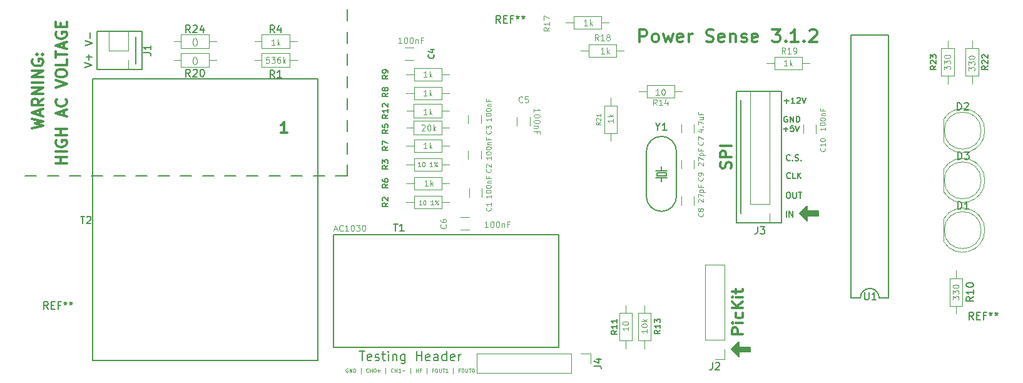
<source format=gto>
G04 #@! TF.GenerationSoftware,KiCad,Pcbnew,(5.0.0)*
G04 #@! TF.CreationDate,2019-03-14T19:33:34-04:00*
G04 #@! TF.ProjectId,Power Sense 3.0,506F7765722053656E736520332E302E,rev?*
G04 #@! TF.SameCoordinates,Original*
G04 #@! TF.FileFunction,Legend,Top*
G04 #@! TF.FilePolarity,Positive*
%FSLAX46Y46*%
G04 Gerber Fmt 4.6, Leading zero omitted, Abs format (unit mm)*
G04 Created by KiCad (PCBNEW (5.0.0)) date 03/14/19 19:33:34*
%MOMM*%
%LPD*%
G01*
G04 APERTURE LIST*
%ADD10C,0.120000*%
%ADD11C,0.300000*%
%ADD12C,0.150000*%
%ADD13C,0.200000*%
%ADD14C,0.125000*%
%ADD15C,0.350000*%
G04 APERTURE END LIST*
D10*
X167163761Y-60305904D02*
X166706619Y-60305904D01*
X166935190Y-60305904D02*
X166935190Y-59505904D01*
X166859000Y-59620190D01*
X166782809Y-59696380D01*
X166706619Y-59734476D01*
X167506619Y-60305904D02*
X167506619Y-59505904D01*
X167582809Y-60001142D02*
X167811380Y-60305904D01*
X167811380Y-59772571D02*
X167506619Y-60077333D01*
X172274666Y-68647333D02*
X172274666Y-69047333D01*
X172274666Y-68847333D02*
X171574666Y-68847333D01*
X171674666Y-68914000D01*
X171741333Y-68980666D01*
X171774666Y-69047333D01*
X171574666Y-68214000D02*
X171574666Y-68147333D01*
X171608000Y-68080666D01*
X171641333Y-68047333D01*
X171708000Y-68014000D01*
X171841333Y-67980666D01*
X172008000Y-67980666D01*
X172141333Y-68014000D01*
X172208000Y-68047333D01*
X172241333Y-68080666D01*
X172274666Y-68147333D01*
X172274666Y-68214000D01*
X172241333Y-68280666D01*
X172208000Y-68314000D01*
X172141333Y-68347333D01*
X172008000Y-68380666D01*
X171841333Y-68380666D01*
X171708000Y-68347333D01*
X171641333Y-68314000D01*
X171608000Y-68280666D01*
X171574666Y-68214000D01*
X171574666Y-67547333D02*
X171574666Y-67480666D01*
X171608000Y-67414000D01*
X171641333Y-67380666D01*
X171708000Y-67347333D01*
X171841333Y-67314000D01*
X172008000Y-67314000D01*
X172141333Y-67347333D01*
X172208000Y-67380666D01*
X172241333Y-67414000D01*
X172274666Y-67480666D01*
X172274666Y-67547333D01*
X172241333Y-67614000D01*
X172208000Y-67647333D01*
X172141333Y-67680666D01*
X172008000Y-67714000D01*
X171841333Y-67714000D01*
X171708000Y-67680666D01*
X171641333Y-67647333D01*
X171608000Y-67614000D01*
X171574666Y-67547333D01*
X171808000Y-67014000D02*
X172274666Y-67014000D01*
X171874666Y-67014000D02*
X171841333Y-66980666D01*
X171808000Y-66914000D01*
X171808000Y-66814000D01*
X171841333Y-66747333D01*
X171908000Y-66714000D01*
X172274666Y-66714000D01*
X171908000Y-66147333D02*
X171908000Y-66380666D01*
X172274666Y-66380666D02*
X171574666Y-66380666D01*
X171574666Y-66047333D01*
X148189904Y-95980190D02*
X148189904Y-96437333D01*
X148189904Y-96208761D02*
X147389904Y-96208761D01*
X147504190Y-96284952D01*
X147580380Y-96361142D01*
X147618476Y-96437333D01*
X147389904Y-95484952D02*
X147389904Y-95408761D01*
X147428000Y-95332571D01*
X147466095Y-95294476D01*
X147542285Y-95256380D01*
X147694666Y-95218285D01*
X147885142Y-95218285D01*
X148037523Y-95256380D01*
X148113714Y-95294476D01*
X148151809Y-95332571D01*
X148189904Y-95408761D01*
X148189904Y-95484952D01*
X148151809Y-95561142D01*
X148113714Y-95599238D01*
X148037523Y-95637333D01*
X147885142Y-95675428D01*
X147694666Y-95675428D01*
X147542285Y-95637333D01*
X147466095Y-95599238D01*
X147428000Y-95561142D01*
X147389904Y-95484952D01*
X148189904Y-94875428D02*
X147389904Y-94875428D01*
X147885142Y-94799238D02*
X148189904Y-94570666D01*
X147656571Y-94570666D02*
X147961333Y-94875428D01*
X145649904Y-95656380D02*
X145649904Y-96113523D01*
X145649904Y-95884952D02*
X144849904Y-95884952D01*
X144964190Y-95961142D01*
X145040380Y-96037333D01*
X145078476Y-96113523D01*
X144849904Y-95161142D02*
X144849904Y-95084952D01*
X144888000Y-95008761D01*
X144926095Y-94970666D01*
X145002285Y-94932571D01*
X145154666Y-94894476D01*
X145345142Y-94894476D01*
X145497523Y-94932571D01*
X145573714Y-94970666D01*
X145611809Y-95008761D01*
X145649904Y-95084952D01*
X145649904Y-95161142D01*
X145611809Y-95237333D01*
X145573714Y-95275428D01*
X145497523Y-95313523D01*
X145345142Y-95351619D01*
X145154666Y-95351619D01*
X145002285Y-95313523D01*
X144926095Y-95275428D01*
X144888000Y-95237333D01*
X144849904Y-95161142D01*
X188410904Y-60845571D02*
X188410904Y-60350333D01*
X188715666Y-60617000D01*
X188715666Y-60502714D01*
X188753761Y-60426523D01*
X188791857Y-60388428D01*
X188868047Y-60350333D01*
X189058523Y-60350333D01*
X189134714Y-60388428D01*
X189172809Y-60426523D01*
X189210904Y-60502714D01*
X189210904Y-60731285D01*
X189172809Y-60807476D01*
X189134714Y-60845571D01*
X188410904Y-60083666D02*
X188410904Y-59588428D01*
X188715666Y-59855095D01*
X188715666Y-59740809D01*
X188753761Y-59664619D01*
X188791857Y-59626523D01*
X188868047Y-59588428D01*
X189058523Y-59588428D01*
X189134714Y-59626523D01*
X189172809Y-59664619D01*
X189210904Y-59740809D01*
X189210904Y-59969380D01*
X189172809Y-60045571D01*
X189134714Y-60083666D01*
X188410904Y-59093190D02*
X188410904Y-59017000D01*
X188449000Y-58940809D01*
X188487095Y-58902714D01*
X188563285Y-58864619D01*
X188715666Y-58826523D01*
X188906142Y-58826523D01*
X189058523Y-58864619D01*
X189134714Y-58902714D01*
X189172809Y-58940809D01*
X189210904Y-59017000D01*
X189210904Y-59093190D01*
X189172809Y-59169380D01*
X189134714Y-59207476D01*
X189058523Y-59245571D01*
X188906142Y-59283666D01*
X188715666Y-59283666D01*
X188563285Y-59245571D01*
X188487095Y-59207476D01*
X188449000Y-59169380D01*
X188410904Y-59093190D01*
X191712904Y-60972571D02*
X191712904Y-60477333D01*
X192017666Y-60744000D01*
X192017666Y-60629714D01*
X192055761Y-60553523D01*
X192093857Y-60515428D01*
X192170047Y-60477333D01*
X192360523Y-60477333D01*
X192436714Y-60515428D01*
X192474809Y-60553523D01*
X192512904Y-60629714D01*
X192512904Y-60858285D01*
X192474809Y-60934476D01*
X192436714Y-60972571D01*
X191712904Y-60210666D02*
X191712904Y-59715428D01*
X192017666Y-59982095D01*
X192017666Y-59867809D01*
X192055761Y-59791619D01*
X192093857Y-59753523D01*
X192170047Y-59715428D01*
X192360523Y-59715428D01*
X192436714Y-59753523D01*
X192474809Y-59791619D01*
X192512904Y-59867809D01*
X192512904Y-60096380D01*
X192474809Y-60172571D01*
X192436714Y-60210666D01*
X191712904Y-59220190D02*
X191712904Y-59144000D01*
X191751000Y-59067809D01*
X191789095Y-59029714D01*
X191865285Y-58991619D01*
X192017666Y-58953523D01*
X192208142Y-58953523D01*
X192360523Y-58991619D01*
X192436714Y-59029714D01*
X192474809Y-59067809D01*
X192512904Y-59144000D01*
X192512904Y-59220190D01*
X192474809Y-59296380D01*
X192436714Y-59334476D01*
X192360523Y-59372571D01*
X192208142Y-59410666D01*
X192017666Y-59410666D01*
X191865285Y-59372571D01*
X191789095Y-59334476D01*
X191751000Y-59296380D01*
X191712904Y-59220190D01*
X189553904Y-91960571D02*
X189553904Y-91465333D01*
X189858666Y-91732000D01*
X189858666Y-91617714D01*
X189896761Y-91541523D01*
X189934857Y-91503428D01*
X190011047Y-91465333D01*
X190201523Y-91465333D01*
X190277714Y-91503428D01*
X190315809Y-91541523D01*
X190353904Y-91617714D01*
X190353904Y-91846285D01*
X190315809Y-91922476D01*
X190277714Y-91960571D01*
X189553904Y-91198666D02*
X189553904Y-90703428D01*
X189858666Y-90970095D01*
X189858666Y-90855809D01*
X189896761Y-90779619D01*
X189934857Y-90741523D01*
X190011047Y-90703428D01*
X190201523Y-90703428D01*
X190277714Y-90741523D01*
X190315809Y-90779619D01*
X190353904Y-90855809D01*
X190353904Y-91084380D01*
X190315809Y-91160571D01*
X190277714Y-91198666D01*
X189553904Y-90208190D02*
X189553904Y-90132000D01*
X189592000Y-90055809D01*
X189630095Y-90017714D01*
X189706285Y-89979619D01*
X189858666Y-89941523D01*
X190049142Y-89941523D01*
X190201523Y-89979619D01*
X190277714Y-90017714D01*
X190315809Y-90055809D01*
X190353904Y-90132000D01*
X190353904Y-90208190D01*
X190315809Y-90284380D01*
X190277714Y-90322476D01*
X190201523Y-90360571D01*
X190049142Y-90398666D01*
X189858666Y-90398666D01*
X189706285Y-90360571D01*
X189630095Y-90322476D01*
X189592000Y-90284380D01*
X189553904Y-90208190D01*
X155298000Y-68928333D02*
X155764666Y-68928333D01*
X155031333Y-69095000D02*
X155531333Y-69261666D01*
X155531333Y-68828333D01*
X155698000Y-68561666D02*
X155731333Y-68528333D01*
X155764666Y-68561666D01*
X155731333Y-68595000D01*
X155698000Y-68561666D01*
X155764666Y-68561666D01*
X155064666Y-68295000D02*
X155064666Y-67828333D01*
X155764666Y-68128333D01*
X155298000Y-67261666D02*
X155764666Y-67261666D01*
X155298000Y-67561666D02*
X155664666Y-67561666D01*
X155731333Y-67528333D01*
X155764666Y-67461666D01*
X155764666Y-67361666D01*
X155731333Y-67295000D01*
X155698000Y-67261666D01*
X155398000Y-66695000D02*
X155398000Y-66928333D01*
X155764666Y-66928333D02*
X155064666Y-66928333D01*
X155064666Y-66595000D01*
X155131333Y-73794000D02*
X155098000Y-73760666D01*
X155064666Y-73694000D01*
X155064666Y-73527333D01*
X155098000Y-73460666D01*
X155131333Y-73427333D01*
X155198000Y-73394000D01*
X155264666Y-73394000D01*
X155364666Y-73427333D01*
X155764666Y-73827333D01*
X155764666Y-73394000D01*
X155064666Y-73160666D02*
X155064666Y-72694000D01*
X155764666Y-72994000D01*
X155298000Y-72427333D02*
X155998000Y-72427333D01*
X155331333Y-72427333D02*
X155298000Y-72360666D01*
X155298000Y-72227333D01*
X155331333Y-72160666D01*
X155364666Y-72127333D01*
X155431333Y-72094000D01*
X155631333Y-72094000D01*
X155698000Y-72127333D01*
X155731333Y-72160666D01*
X155764666Y-72227333D01*
X155764666Y-72360666D01*
X155731333Y-72427333D01*
X155398000Y-71560666D02*
X155398000Y-71794000D01*
X155764666Y-71794000D02*
X155064666Y-71794000D01*
X155064666Y-71460666D01*
X155131333Y-78747000D02*
X155098000Y-78713666D01*
X155064666Y-78647000D01*
X155064666Y-78480333D01*
X155098000Y-78413666D01*
X155131333Y-78380333D01*
X155198000Y-78347000D01*
X155264666Y-78347000D01*
X155364666Y-78380333D01*
X155764666Y-78780333D01*
X155764666Y-78347000D01*
X155064666Y-78113666D02*
X155064666Y-77647000D01*
X155764666Y-77947000D01*
X155298000Y-77380333D02*
X155998000Y-77380333D01*
X155331333Y-77380333D02*
X155298000Y-77313666D01*
X155298000Y-77180333D01*
X155331333Y-77113666D01*
X155364666Y-77080333D01*
X155431333Y-77047000D01*
X155631333Y-77047000D01*
X155698000Y-77080333D01*
X155731333Y-77113666D01*
X155764666Y-77180333D01*
X155764666Y-77313666D01*
X155731333Y-77380333D01*
X155398000Y-76513666D02*
X155398000Y-76747000D01*
X155764666Y-76747000D02*
X155064666Y-76747000D01*
X155064666Y-76413666D01*
X149834619Y-64242904D02*
X149377476Y-64242904D01*
X149606047Y-64242904D02*
X149606047Y-63442904D01*
X149529857Y-63557190D01*
X149453666Y-63633380D01*
X149377476Y-63671476D01*
X150329857Y-63442904D02*
X150406047Y-63442904D01*
X150482238Y-63481000D01*
X150520333Y-63519095D01*
X150558428Y-63595285D01*
X150596523Y-63747666D01*
X150596523Y-63938142D01*
X150558428Y-64090523D01*
X150520333Y-64166714D01*
X150482238Y-64204809D01*
X150406047Y-64242904D01*
X150329857Y-64242904D01*
X150253666Y-64204809D01*
X150215571Y-64166714D01*
X150177476Y-64090523D01*
X150139380Y-63938142D01*
X150139380Y-63747666D01*
X150177476Y-63595285D01*
X150215571Y-63519095D01*
X150253666Y-63481000D01*
X150329857Y-63442904D01*
X143617904Y-67532238D02*
X143617904Y-67989380D01*
X143617904Y-67760809D02*
X142817904Y-67760809D01*
X142932190Y-67837000D01*
X143008380Y-67913190D01*
X143046476Y-67989380D01*
X143617904Y-67189380D02*
X142817904Y-67189380D01*
X143313142Y-67113190D02*
X143617904Y-66884619D01*
X143084571Y-66884619D02*
X143389333Y-67189380D01*
X142398761Y-58654904D02*
X141941619Y-58654904D01*
X142170190Y-58654904D02*
X142170190Y-57854904D01*
X142094000Y-57969190D01*
X142017809Y-58045380D01*
X141941619Y-58083476D01*
X142741619Y-58654904D02*
X142741619Y-57854904D01*
X142817809Y-58350142D02*
X143046380Y-58654904D01*
X143046380Y-58121571D02*
X142741619Y-58426333D01*
X140112761Y-54844904D02*
X139655619Y-54844904D01*
X139884190Y-54844904D02*
X139884190Y-54044904D01*
X139808000Y-54159190D01*
X139731809Y-54235380D01*
X139655619Y-54273476D01*
X140455619Y-54844904D02*
X140455619Y-54044904D01*
X140531809Y-54540142D02*
X140760380Y-54844904D01*
X140760380Y-54311571D02*
X140455619Y-54616333D01*
X132861095Y-66579904D02*
X132861095Y-66122761D01*
X132861095Y-66351333D02*
X133661095Y-66351333D01*
X133546809Y-66275142D01*
X133470619Y-66198952D01*
X133432523Y-66122761D01*
X133661095Y-67075142D02*
X133661095Y-67151333D01*
X133623000Y-67227523D01*
X133584904Y-67265619D01*
X133508714Y-67303714D01*
X133356333Y-67341809D01*
X133165857Y-67341809D01*
X133013476Y-67303714D01*
X132937285Y-67265619D01*
X132899190Y-67227523D01*
X132861095Y-67151333D01*
X132861095Y-67075142D01*
X132899190Y-66998952D01*
X132937285Y-66960857D01*
X133013476Y-66922761D01*
X133165857Y-66884666D01*
X133356333Y-66884666D01*
X133508714Y-66922761D01*
X133584904Y-66960857D01*
X133623000Y-66998952D01*
X133661095Y-67075142D01*
X133661095Y-67837047D02*
X133661095Y-67913238D01*
X133623000Y-67989428D01*
X133584904Y-68027523D01*
X133508714Y-68065619D01*
X133356333Y-68103714D01*
X133165857Y-68103714D01*
X133013476Y-68065619D01*
X132937285Y-68027523D01*
X132899190Y-67989428D01*
X132861095Y-67913238D01*
X132861095Y-67837047D01*
X132899190Y-67760857D01*
X132937285Y-67722761D01*
X133013476Y-67684666D01*
X133165857Y-67646571D01*
X133356333Y-67646571D01*
X133508714Y-67684666D01*
X133584904Y-67722761D01*
X133623000Y-67760857D01*
X133661095Y-67837047D01*
X133394428Y-68446571D02*
X132861095Y-68446571D01*
X133318238Y-68446571D02*
X133356333Y-68484666D01*
X133394428Y-68560857D01*
X133394428Y-68675142D01*
X133356333Y-68751333D01*
X133280142Y-68789428D01*
X132861095Y-68789428D01*
X133280142Y-69437047D02*
X133280142Y-69170380D01*
X132861095Y-69170380D02*
X133661095Y-69170380D01*
X133661095Y-69551333D01*
X105835714Y-82429333D02*
X106216666Y-82429333D01*
X105759523Y-82657904D02*
X106026190Y-81857904D01*
X106292857Y-82657904D01*
X107016666Y-82581714D02*
X106978571Y-82619809D01*
X106864285Y-82657904D01*
X106788095Y-82657904D01*
X106673809Y-82619809D01*
X106597619Y-82543619D01*
X106559523Y-82467428D01*
X106521428Y-82315047D01*
X106521428Y-82200761D01*
X106559523Y-82048380D01*
X106597619Y-81972190D01*
X106673809Y-81896000D01*
X106788095Y-81857904D01*
X106864285Y-81857904D01*
X106978571Y-81896000D01*
X107016666Y-81934095D01*
X107778571Y-82657904D02*
X107321428Y-82657904D01*
X107550000Y-82657904D02*
X107550000Y-81857904D01*
X107473809Y-81972190D01*
X107397619Y-82048380D01*
X107321428Y-82086476D01*
X108273809Y-81857904D02*
X108350000Y-81857904D01*
X108426190Y-81896000D01*
X108464285Y-81934095D01*
X108502380Y-82010285D01*
X108540476Y-82162666D01*
X108540476Y-82353142D01*
X108502380Y-82505523D01*
X108464285Y-82581714D01*
X108426190Y-82619809D01*
X108350000Y-82657904D01*
X108273809Y-82657904D01*
X108197619Y-82619809D01*
X108159523Y-82581714D01*
X108121428Y-82505523D01*
X108083333Y-82353142D01*
X108083333Y-82162666D01*
X108121428Y-82010285D01*
X108159523Y-81934095D01*
X108197619Y-81896000D01*
X108273809Y-81857904D01*
X108807142Y-81857904D02*
X109302380Y-81857904D01*
X109035714Y-82162666D01*
X109150000Y-82162666D01*
X109226190Y-82200761D01*
X109264285Y-82238857D01*
X109302380Y-82315047D01*
X109302380Y-82505523D01*
X109264285Y-82581714D01*
X109226190Y-82619809D01*
X109150000Y-82657904D01*
X108921428Y-82657904D01*
X108845238Y-82619809D01*
X108807142Y-82581714D01*
X109797619Y-81857904D02*
X109873809Y-81857904D01*
X109950000Y-81896000D01*
X109988095Y-81934095D01*
X110026190Y-82010285D01*
X110064285Y-82162666D01*
X110064285Y-82353142D01*
X110026190Y-82505523D01*
X109988095Y-82581714D01*
X109950000Y-82619809D01*
X109873809Y-82657904D01*
X109797619Y-82657904D01*
X109721428Y-82619809D01*
X109683333Y-82581714D01*
X109645238Y-82505523D01*
X109607142Y-82353142D01*
X109607142Y-82162666D01*
X109645238Y-82010285D01*
X109683333Y-81934095D01*
X109721428Y-81896000D01*
X109797619Y-81857904D01*
X126650904Y-82149904D02*
X126193761Y-82149904D01*
X126422333Y-82149904D02*
X126422333Y-81349904D01*
X126346142Y-81464190D01*
X126269952Y-81540380D01*
X126193761Y-81578476D01*
X127146142Y-81349904D02*
X127222333Y-81349904D01*
X127298523Y-81388000D01*
X127336619Y-81426095D01*
X127374714Y-81502285D01*
X127412809Y-81654666D01*
X127412809Y-81845142D01*
X127374714Y-81997523D01*
X127336619Y-82073714D01*
X127298523Y-82111809D01*
X127222333Y-82149904D01*
X127146142Y-82149904D01*
X127069952Y-82111809D01*
X127031857Y-82073714D01*
X126993761Y-81997523D01*
X126955666Y-81845142D01*
X126955666Y-81654666D01*
X126993761Y-81502285D01*
X127031857Y-81426095D01*
X127069952Y-81388000D01*
X127146142Y-81349904D01*
X127908047Y-81349904D02*
X127984238Y-81349904D01*
X128060428Y-81388000D01*
X128098523Y-81426095D01*
X128136619Y-81502285D01*
X128174714Y-81654666D01*
X128174714Y-81845142D01*
X128136619Y-81997523D01*
X128098523Y-82073714D01*
X128060428Y-82111809D01*
X127984238Y-82149904D01*
X127908047Y-82149904D01*
X127831857Y-82111809D01*
X127793761Y-82073714D01*
X127755666Y-81997523D01*
X127717571Y-81845142D01*
X127717571Y-81654666D01*
X127755666Y-81502285D01*
X127793761Y-81426095D01*
X127831857Y-81388000D01*
X127908047Y-81349904D01*
X128517571Y-81616571D02*
X128517571Y-82149904D01*
X128517571Y-81692761D02*
X128555666Y-81654666D01*
X128631857Y-81616571D01*
X128746142Y-81616571D01*
X128822333Y-81654666D01*
X128860428Y-81730857D01*
X128860428Y-82149904D01*
X129508047Y-81730857D02*
X129241380Y-81730857D01*
X129241380Y-82149904D02*
X129241380Y-81349904D01*
X129622333Y-81349904D01*
X127062666Y-77791333D02*
X127062666Y-78191333D01*
X127062666Y-77991333D02*
X126362666Y-77991333D01*
X126462666Y-78058000D01*
X126529333Y-78124666D01*
X126562666Y-78191333D01*
X126362666Y-77358000D02*
X126362666Y-77291333D01*
X126396000Y-77224666D01*
X126429333Y-77191333D01*
X126496000Y-77158000D01*
X126629333Y-77124666D01*
X126796000Y-77124666D01*
X126929333Y-77158000D01*
X126996000Y-77191333D01*
X127029333Y-77224666D01*
X127062666Y-77291333D01*
X127062666Y-77358000D01*
X127029333Y-77424666D01*
X126996000Y-77458000D01*
X126929333Y-77491333D01*
X126796000Y-77524666D01*
X126629333Y-77524666D01*
X126496000Y-77491333D01*
X126429333Y-77458000D01*
X126396000Y-77424666D01*
X126362666Y-77358000D01*
X126362666Y-76691333D02*
X126362666Y-76624666D01*
X126396000Y-76558000D01*
X126429333Y-76524666D01*
X126496000Y-76491333D01*
X126629333Y-76458000D01*
X126796000Y-76458000D01*
X126929333Y-76491333D01*
X126996000Y-76524666D01*
X127029333Y-76558000D01*
X127062666Y-76624666D01*
X127062666Y-76691333D01*
X127029333Y-76758000D01*
X126996000Y-76791333D01*
X126929333Y-76824666D01*
X126796000Y-76858000D01*
X126629333Y-76858000D01*
X126496000Y-76824666D01*
X126429333Y-76791333D01*
X126396000Y-76758000D01*
X126362666Y-76691333D01*
X126596000Y-76158000D02*
X127062666Y-76158000D01*
X126662666Y-76158000D02*
X126629333Y-76124666D01*
X126596000Y-76058000D01*
X126596000Y-75958000D01*
X126629333Y-75891333D01*
X126696000Y-75858000D01*
X127062666Y-75858000D01*
X126696000Y-75291333D02*
X126696000Y-75524666D01*
X127062666Y-75524666D02*
X126362666Y-75524666D01*
X126362666Y-75191333D01*
X127062666Y-72584333D02*
X127062666Y-72984333D01*
X127062666Y-72784333D02*
X126362666Y-72784333D01*
X126462666Y-72851000D01*
X126529333Y-72917666D01*
X126562666Y-72984333D01*
X126362666Y-72151000D02*
X126362666Y-72084333D01*
X126396000Y-72017666D01*
X126429333Y-71984333D01*
X126496000Y-71951000D01*
X126629333Y-71917666D01*
X126796000Y-71917666D01*
X126929333Y-71951000D01*
X126996000Y-71984333D01*
X127029333Y-72017666D01*
X127062666Y-72084333D01*
X127062666Y-72151000D01*
X127029333Y-72217666D01*
X126996000Y-72251000D01*
X126929333Y-72284333D01*
X126796000Y-72317666D01*
X126629333Y-72317666D01*
X126496000Y-72284333D01*
X126429333Y-72251000D01*
X126396000Y-72217666D01*
X126362666Y-72151000D01*
X126362666Y-71484333D02*
X126362666Y-71417666D01*
X126396000Y-71351000D01*
X126429333Y-71317666D01*
X126496000Y-71284333D01*
X126629333Y-71251000D01*
X126796000Y-71251000D01*
X126929333Y-71284333D01*
X126996000Y-71317666D01*
X127029333Y-71351000D01*
X127062666Y-71417666D01*
X127062666Y-71484333D01*
X127029333Y-71551000D01*
X126996000Y-71584333D01*
X126929333Y-71617666D01*
X126796000Y-71651000D01*
X126629333Y-71651000D01*
X126496000Y-71617666D01*
X126429333Y-71584333D01*
X126396000Y-71551000D01*
X126362666Y-71484333D01*
X126596000Y-70951000D02*
X127062666Y-70951000D01*
X126662666Y-70951000D02*
X126629333Y-70917666D01*
X126596000Y-70851000D01*
X126596000Y-70751000D01*
X126629333Y-70684333D01*
X126696000Y-70651000D01*
X127062666Y-70651000D01*
X126696000Y-70084333D02*
X126696000Y-70317666D01*
X127062666Y-70317666D02*
X126362666Y-70317666D01*
X126362666Y-69984333D01*
X127062666Y-67377333D02*
X127062666Y-67777333D01*
X127062666Y-67577333D02*
X126362666Y-67577333D01*
X126462666Y-67644000D01*
X126529333Y-67710666D01*
X126562666Y-67777333D01*
X126362666Y-66944000D02*
X126362666Y-66877333D01*
X126396000Y-66810666D01*
X126429333Y-66777333D01*
X126496000Y-66744000D01*
X126629333Y-66710666D01*
X126796000Y-66710666D01*
X126929333Y-66744000D01*
X126996000Y-66777333D01*
X127029333Y-66810666D01*
X127062666Y-66877333D01*
X127062666Y-66944000D01*
X127029333Y-67010666D01*
X126996000Y-67044000D01*
X126929333Y-67077333D01*
X126796000Y-67110666D01*
X126629333Y-67110666D01*
X126496000Y-67077333D01*
X126429333Y-67044000D01*
X126396000Y-67010666D01*
X126362666Y-66944000D01*
X126362666Y-66277333D02*
X126362666Y-66210666D01*
X126396000Y-66144000D01*
X126429333Y-66110666D01*
X126496000Y-66077333D01*
X126629333Y-66044000D01*
X126796000Y-66044000D01*
X126929333Y-66077333D01*
X126996000Y-66110666D01*
X127029333Y-66144000D01*
X127062666Y-66210666D01*
X127062666Y-66277333D01*
X127029333Y-66344000D01*
X126996000Y-66377333D01*
X126929333Y-66410666D01*
X126796000Y-66444000D01*
X126629333Y-66444000D01*
X126496000Y-66410666D01*
X126429333Y-66377333D01*
X126396000Y-66344000D01*
X126362666Y-66277333D01*
X126596000Y-65744000D02*
X127062666Y-65744000D01*
X126662666Y-65744000D02*
X126629333Y-65710666D01*
X126596000Y-65644000D01*
X126596000Y-65544000D01*
X126629333Y-65477333D01*
X126696000Y-65444000D01*
X127062666Y-65444000D01*
X126696000Y-64877333D02*
X126696000Y-65110666D01*
X127062666Y-65110666D02*
X126362666Y-65110666D01*
X126362666Y-64777333D01*
X117646571Y-79138428D02*
X117303714Y-79138428D01*
X117475142Y-79138428D02*
X117475142Y-78538428D01*
X117418000Y-78624142D01*
X117360857Y-78681285D01*
X117303714Y-78709857D01*
X118018000Y-78538428D02*
X118075142Y-78538428D01*
X118132285Y-78567000D01*
X118160857Y-78595571D01*
X118189428Y-78652714D01*
X118218000Y-78767000D01*
X118218000Y-78909857D01*
X118189428Y-79024142D01*
X118160857Y-79081285D01*
X118132285Y-79109857D01*
X118075142Y-79138428D01*
X118018000Y-79138428D01*
X117960857Y-79109857D01*
X117932285Y-79081285D01*
X117903714Y-79024142D01*
X117875142Y-78909857D01*
X117875142Y-78767000D01*
X117903714Y-78652714D01*
X117932285Y-78595571D01*
X117960857Y-78567000D01*
X118018000Y-78538428D01*
X119246571Y-79138428D02*
X118903714Y-79138428D01*
X119075142Y-79138428D02*
X119075142Y-78538428D01*
X119018000Y-78624142D01*
X118960857Y-78681285D01*
X118903714Y-78709857D01*
X119475142Y-79138428D02*
X119932285Y-78538428D01*
X119560857Y-78538428D02*
X119618000Y-78567000D01*
X119646571Y-78624142D01*
X119618000Y-78681285D01*
X119560857Y-78709857D01*
X119503714Y-78681285D01*
X119475142Y-78624142D01*
X119503714Y-78567000D01*
X119560857Y-78538428D01*
X119903714Y-79109857D02*
X119932285Y-79052714D01*
X119903714Y-78995571D01*
X119846571Y-78967000D01*
X119789428Y-78995571D01*
X119760857Y-79052714D01*
X119789428Y-79109857D01*
X119846571Y-79138428D01*
X119903714Y-79109857D01*
X118522761Y-76561904D02*
X118065619Y-76561904D01*
X118294190Y-76561904D02*
X118294190Y-75761904D01*
X118218000Y-75876190D01*
X118141809Y-75952380D01*
X118065619Y-75990476D01*
X118865619Y-76561904D02*
X118865619Y-75761904D01*
X118941809Y-76257142D02*
X119170380Y-76561904D01*
X119170380Y-76028571D02*
X118865619Y-76333333D01*
X117519571Y-73931428D02*
X117176714Y-73931428D01*
X117348142Y-73931428D02*
X117348142Y-73331428D01*
X117291000Y-73417142D01*
X117233857Y-73474285D01*
X117176714Y-73502857D01*
X117891000Y-73331428D02*
X117948142Y-73331428D01*
X118005285Y-73360000D01*
X118033857Y-73388571D01*
X118062428Y-73445714D01*
X118091000Y-73560000D01*
X118091000Y-73702857D01*
X118062428Y-73817142D01*
X118033857Y-73874285D01*
X118005285Y-73902857D01*
X117948142Y-73931428D01*
X117891000Y-73931428D01*
X117833857Y-73902857D01*
X117805285Y-73874285D01*
X117776714Y-73817142D01*
X117748142Y-73702857D01*
X117748142Y-73560000D01*
X117776714Y-73445714D01*
X117805285Y-73388571D01*
X117833857Y-73360000D01*
X117891000Y-73331428D01*
X119119571Y-73931428D02*
X118776714Y-73931428D01*
X118948142Y-73931428D02*
X118948142Y-73331428D01*
X118891000Y-73417142D01*
X118833857Y-73474285D01*
X118776714Y-73502857D01*
X119348142Y-73931428D02*
X119805285Y-73331428D01*
X119433857Y-73331428D02*
X119491000Y-73360000D01*
X119519571Y-73417142D01*
X119491000Y-73474285D01*
X119433857Y-73502857D01*
X119376714Y-73474285D01*
X119348142Y-73417142D01*
X119376714Y-73360000D01*
X119433857Y-73331428D01*
X119776714Y-73902857D02*
X119805285Y-73845714D01*
X119776714Y-73788571D01*
X119719571Y-73760000D01*
X119662428Y-73788571D01*
X119633857Y-73845714D01*
X119662428Y-73902857D01*
X119719571Y-73931428D01*
X119776714Y-73902857D01*
X118395761Y-71481904D02*
X117938619Y-71481904D01*
X118167190Y-71481904D02*
X118167190Y-70681904D01*
X118091000Y-70796190D01*
X118014809Y-70872380D01*
X117938619Y-70910476D01*
X118738619Y-71481904D02*
X118738619Y-70681904D01*
X118814809Y-71177142D02*
X119043380Y-71481904D01*
X119043380Y-70948571D02*
X118738619Y-71253333D01*
X117684666Y-68345095D02*
X117722761Y-68307000D01*
X117798952Y-68268904D01*
X117989428Y-68268904D01*
X118065619Y-68307000D01*
X118103714Y-68345095D01*
X118141809Y-68421285D01*
X118141809Y-68497476D01*
X118103714Y-68611761D01*
X117646571Y-69068904D01*
X118141809Y-69068904D01*
X118637047Y-68268904D02*
X118713238Y-68268904D01*
X118789428Y-68307000D01*
X118827523Y-68345095D01*
X118865619Y-68421285D01*
X118903714Y-68573666D01*
X118903714Y-68764142D01*
X118865619Y-68916523D01*
X118827523Y-68992714D01*
X118789428Y-69030809D01*
X118713238Y-69068904D01*
X118637047Y-69068904D01*
X118560857Y-69030809D01*
X118522761Y-68992714D01*
X118484666Y-68916523D01*
X118446571Y-68764142D01*
X118446571Y-68573666D01*
X118484666Y-68421285D01*
X118522761Y-68345095D01*
X118560857Y-68307000D01*
X118637047Y-68268904D01*
X119246571Y-69068904D02*
X119246571Y-68268904D01*
X119322761Y-68764142D02*
X119551333Y-69068904D01*
X119551333Y-68535571D02*
X119246571Y-68840333D01*
X118395761Y-66909904D02*
X117938619Y-66909904D01*
X118167190Y-66909904D02*
X118167190Y-66109904D01*
X118091000Y-66224190D01*
X118014809Y-66300380D01*
X117938619Y-66338476D01*
X118738619Y-66909904D02*
X118738619Y-66109904D01*
X118814809Y-66605142D02*
X119043380Y-66909904D01*
X119043380Y-66376571D02*
X118738619Y-66681333D01*
X118395761Y-64369904D02*
X117938619Y-64369904D01*
X118167190Y-64369904D02*
X118167190Y-63569904D01*
X118091000Y-63684190D01*
X118014809Y-63760380D01*
X117938619Y-63798476D01*
X118738619Y-64369904D02*
X118738619Y-63569904D01*
X118814809Y-64065142D02*
X119043380Y-64369904D01*
X119043380Y-63836571D02*
X118738619Y-64141333D01*
X118395761Y-61829904D02*
X117938619Y-61829904D01*
X118167190Y-61829904D02*
X118167190Y-61029904D01*
X118091000Y-61144190D01*
X118014809Y-61220380D01*
X117938619Y-61258476D01*
X118738619Y-61829904D02*
X118738619Y-61029904D01*
X118814809Y-61525142D02*
X119043380Y-61829904D01*
X119043380Y-61296571D02*
X118738619Y-61601333D01*
X114966904Y-57257904D02*
X114509761Y-57257904D01*
X114738333Y-57257904D02*
X114738333Y-56457904D01*
X114662142Y-56572190D01*
X114585952Y-56648380D01*
X114509761Y-56686476D01*
X115462142Y-56457904D02*
X115538333Y-56457904D01*
X115614523Y-56496000D01*
X115652619Y-56534095D01*
X115690714Y-56610285D01*
X115728809Y-56762666D01*
X115728809Y-56953142D01*
X115690714Y-57105523D01*
X115652619Y-57181714D01*
X115614523Y-57219809D01*
X115538333Y-57257904D01*
X115462142Y-57257904D01*
X115385952Y-57219809D01*
X115347857Y-57181714D01*
X115309761Y-57105523D01*
X115271666Y-56953142D01*
X115271666Y-56762666D01*
X115309761Y-56610285D01*
X115347857Y-56534095D01*
X115385952Y-56496000D01*
X115462142Y-56457904D01*
X116224047Y-56457904D02*
X116300238Y-56457904D01*
X116376428Y-56496000D01*
X116414523Y-56534095D01*
X116452619Y-56610285D01*
X116490714Y-56762666D01*
X116490714Y-56953142D01*
X116452619Y-57105523D01*
X116414523Y-57181714D01*
X116376428Y-57219809D01*
X116300238Y-57257904D01*
X116224047Y-57257904D01*
X116147857Y-57219809D01*
X116109761Y-57181714D01*
X116071666Y-57105523D01*
X116033571Y-56953142D01*
X116033571Y-56762666D01*
X116071666Y-56610285D01*
X116109761Y-56534095D01*
X116147857Y-56496000D01*
X116224047Y-56457904D01*
X116833571Y-56724571D02*
X116833571Y-57257904D01*
X116833571Y-56800761D02*
X116871666Y-56762666D01*
X116947857Y-56724571D01*
X117062142Y-56724571D01*
X117138333Y-56762666D01*
X117176428Y-56838857D01*
X117176428Y-57257904D01*
X117824047Y-56838857D02*
X117557380Y-56838857D01*
X117557380Y-57257904D02*
X117557380Y-56457904D01*
X117938333Y-56457904D01*
X97021761Y-59124904D02*
X96640809Y-59124904D01*
X96602714Y-59505857D01*
X96640809Y-59467761D01*
X96717000Y-59429666D01*
X96907476Y-59429666D01*
X96983666Y-59467761D01*
X97021761Y-59505857D01*
X97059857Y-59582047D01*
X97059857Y-59772523D01*
X97021761Y-59848714D01*
X96983666Y-59886809D01*
X96907476Y-59924904D01*
X96717000Y-59924904D01*
X96640809Y-59886809D01*
X96602714Y-59848714D01*
X97326523Y-59124904D02*
X97821761Y-59124904D01*
X97555095Y-59429666D01*
X97669380Y-59429666D01*
X97745571Y-59467761D01*
X97783666Y-59505857D01*
X97821761Y-59582047D01*
X97821761Y-59772523D01*
X97783666Y-59848714D01*
X97745571Y-59886809D01*
X97669380Y-59924904D01*
X97440809Y-59924904D01*
X97364619Y-59886809D01*
X97326523Y-59848714D01*
X98507476Y-59124904D02*
X98355095Y-59124904D01*
X98278904Y-59163000D01*
X98240809Y-59201095D01*
X98164619Y-59315380D01*
X98126523Y-59467761D01*
X98126523Y-59772523D01*
X98164619Y-59848714D01*
X98202714Y-59886809D01*
X98278904Y-59924904D01*
X98431285Y-59924904D01*
X98507476Y-59886809D01*
X98545571Y-59848714D01*
X98583666Y-59772523D01*
X98583666Y-59582047D01*
X98545571Y-59505857D01*
X98507476Y-59467761D01*
X98431285Y-59429666D01*
X98278904Y-59429666D01*
X98202714Y-59467761D01*
X98164619Y-59505857D01*
X98126523Y-59582047D01*
X98926523Y-59924904D02*
X98926523Y-59124904D01*
X99002714Y-59620142D02*
X99231285Y-59924904D01*
X99231285Y-59391571D02*
X98926523Y-59696333D01*
X97821761Y-57511904D02*
X97364619Y-57511904D01*
X97593190Y-57511904D02*
X97593190Y-56711904D01*
X97517000Y-56826190D01*
X97440809Y-56902380D01*
X97364619Y-56940476D01*
X98164619Y-57511904D02*
X98164619Y-56711904D01*
X98240809Y-57207142D02*
X98469380Y-57511904D01*
X98469380Y-56978571D02*
X98164619Y-57283333D01*
X86947380Y-59142380D02*
X87042619Y-59142380D01*
X87137857Y-59190000D01*
X87185476Y-59237619D01*
X87233095Y-59332857D01*
X87280714Y-59523333D01*
X87280714Y-59761428D01*
X87233095Y-59951904D01*
X87185476Y-60047142D01*
X87137857Y-60094761D01*
X87042619Y-60142380D01*
X86947380Y-60142380D01*
X86852142Y-60094761D01*
X86804523Y-60047142D01*
X86756904Y-59951904D01*
X86709285Y-59761428D01*
X86709285Y-59523333D01*
X86756904Y-59332857D01*
X86804523Y-59237619D01*
X86852142Y-59190000D01*
X86947380Y-59142380D01*
X86947380Y-56602380D02*
X87042619Y-56602380D01*
X87137857Y-56650000D01*
X87185476Y-56697619D01*
X87233095Y-56792857D01*
X87280714Y-56983333D01*
X87280714Y-57221428D01*
X87233095Y-57411904D01*
X87185476Y-57507142D01*
X87137857Y-57554761D01*
X87042619Y-57602380D01*
X86947380Y-57602380D01*
X86852142Y-57554761D01*
X86804523Y-57507142D01*
X86756904Y-57411904D01*
X86709285Y-57221428D01*
X86709285Y-56983333D01*
X86756904Y-56792857D01*
X86804523Y-56697619D01*
X86852142Y-56650000D01*
X86947380Y-56602380D01*
D11*
X99488571Y-69385571D02*
X98631428Y-69385571D01*
X99060000Y-69385571D02*
X99060000Y-67885571D01*
X98917142Y-68099857D01*
X98774285Y-68242714D01*
X98631428Y-68314142D01*
D12*
G36*
X159575500Y-98679000D02*
X160591500Y-97663000D01*
X160591500Y-98361500D01*
X162115500Y-98361500D01*
X162115500Y-98996500D01*
X160591500Y-98996500D01*
X160591500Y-99695000D01*
X159575500Y-98679000D01*
G37*
X159575500Y-98679000D02*
X160591500Y-97663000D01*
X160591500Y-98361500D01*
X162115500Y-98361500D01*
X162115500Y-98996500D01*
X160591500Y-98996500D01*
X160591500Y-99695000D01*
X159575500Y-98679000D01*
G36*
X168783000Y-80264000D02*
X169799000Y-79248000D01*
X169799000Y-79946500D01*
X171323000Y-79946500D01*
X171323000Y-80581500D01*
X169799000Y-80581500D01*
X169799000Y-81280000D01*
X168783000Y-80264000D01*
G37*
X168783000Y-80264000D02*
X169799000Y-79248000D01*
X169799000Y-79946500D01*
X171323000Y-79946500D01*
X171323000Y-80581500D01*
X169799000Y-80581500D01*
X169799000Y-81280000D01*
X168783000Y-80264000D01*
D13*
X109236738Y-98946976D02*
X109951023Y-98946976D01*
X109593880Y-100196976D02*
X109593880Y-98946976D01*
X110843880Y-100137452D02*
X110724833Y-100196976D01*
X110486738Y-100196976D01*
X110367690Y-100137452D01*
X110308166Y-100018404D01*
X110308166Y-99542214D01*
X110367690Y-99423166D01*
X110486738Y-99363642D01*
X110724833Y-99363642D01*
X110843880Y-99423166D01*
X110903404Y-99542214D01*
X110903404Y-99661261D01*
X110308166Y-99780309D01*
X111379595Y-100137452D02*
X111498642Y-100196976D01*
X111736738Y-100196976D01*
X111855785Y-100137452D01*
X111915309Y-100018404D01*
X111915309Y-99958880D01*
X111855785Y-99839833D01*
X111736738Y-99780309D01*
X111558166Y-99780309D01*
X111439119Y-99720785D01*
X111379595Y-99601738D01*
X111379595Y-99542214D01*
X111439119Y-99423166D01*
X111558166Y-99363642D01*
X111736738Y-99363642D01*
X111855785Y-99423166D01*
X112272452Y-99363642D02*
X112748642Y-99363642D01*
X112451023Y-98946976D02*
X112451023Y-100018404D01*
X112510547Y-100137452D01*
X112629595Y-100196976D01*
X112748642Y-100196976D01*
X113165309Y-100196976D02*
X113165309Y-99363642D01*
X113165309Y-98946976D02*
X113105785Y-99006500D01*
X113165309Y-99066023D01*
X113224833Y-99006500D01*
X113165309Y-98946976D01*
X113165309Y-99066023D01*
X113760547Y-99363642D02*
X113760547Y-100196976D01*
X113760547Y-99482690D02*
X113820071Y-99423166D01*
X113939119Y-99363642D01*
X114117690Y-99363642D01*
X114236738Y-99423166D01*
X114296261Y-99542214D01*
X114296261Y-100196976D01*
X115427214Y-99363642D02*
X115427214Y-100375547D01*
X115367690Y-100494595D01*
X115308166Y-100554119D01*
X115189119Y-100613642D01*
X115010547Y-100613642D01*
X114891500Y-100554119D01*
X115427214Y-100137452D02*
X115308166Y-100196976D01*
X115070071Y-100196976D01*
X114951023Y-100137452D01*
X114891500Y-100077928D01*
X114831976Y-99958880D01*
X114831976Y-99601738D01*
X114891500Y-99482690D01*
X114951023Y-99423166D01*
X115070071Y-99363642D01*
X115308166Y-99363642D01*
X115427214Y-99423166D01*
X116974833Y-100196976D02*
X116974833Y-98946976D01*
X116974833Y-99542214D02*
X117689119Y-99542214D01*
X117689119Y-100196976D02*
X117689119Y-98946976D01*
X118760547Y-100137452D02*
X118641500Y-100196976D01*
X118403404Y-100196976D01*
X118284357Y-100137452D01*
X118224833Y-100018404D01*
X118224833Y-99542214D01*
X118284357Y-99423166D01*
X118403404Y-99363642D01*
X118641500Y-99363642D01*
X118760547Y-99423166D01*
X118820071Y-99542214D01*
X118820071Y-99661261D01*
X118224833Y-99780309D01*
X119891500Y-100196976D02*
X119891500Y-99542214D01*
X119831976Y-99423166D01*
X119712928Y-99363642D01*
X119474833Y-99363642D01*
X119355785Y-99423166D01*
X119891500Y-100137452D02*
X119772452Y-100196976D01*
X119474833Y-100196976D01*
X119355785Y-100137452D01*
X119296261Y-100018404D01*
X119296261Y-99899357D01*
X119355785Y-99780309D01*
X119474833Y-99720785D01*
X119772452Y-99720785D01*
X119891500Y-99661261D01*
X121022452Y-100196976D02*
X121022452Y-98946976D01*
X121022452Y-100137452D02*
X120903404Y-100196976D01*
X120665309Y-100196976D01*
X120546261Y-100137452D01*
X120486738Y-100077928D01*
X120427214Y-99958880D01*
X120427214Y-99601738D01*
X120486738Y-99482690D01*
X120546261Y-99423166D01*
X120665309Y-99363642D01*
X120903404Y-99363642D01*
X121022452Y-99423166D01*
X122093880Y-100137452D02*
X121974833Y-100196976D01*
X121736738Y-100196976D01*
X121617690Y-100137452D01*
X121558166Y-100018404D01*
X121558166Y-99542214D01*
X121617690Y-99423166D01*
X121736738Y-99363642D01*
X121974833Y-99363642D01*
X122093880Y-99423166D01*
X122153404Y-99542214D01*
X122153404Y-99661261D01*
X121558166Y-99780309D01*
X122689119Y-100196976D02*
X122689119Y-99363642D01*
X122689119Y-99601738D02*
X122748642Y-99482690D01*
X122808166Y-99423166D01*
X122927214Y-99363642D01*
X123046261Y-99363642D01*
D14*
X107673238Y-101286500D02*
X107625619Y-101262690D01*
X107554190Y-101262690D01*
X107482761Y-101286500D01*
X107435142Y-101334119D01*
X107411333Y-101381738D01*
X107387523Y-101476976D01*
X107387523Y-101548404D01*
X107411333Y-101643642D01*
X107435142Y-101691261D01*
X107482761Y-101738880D01*
X107554190Y-101762690D01*
X107601809Y-101762690D01*
X107673238Y-101738880D01*
X107697047Y-101715071D01*
X107697047Y-101548404D01*
X107601809Y-101548404D01*
X107911333Y-101762690D02*
X107911333Y-101262690D01*
X108197047Y-101762690D01*
X108197047Y-101262690D01*
X108435142Y-101762690D02*
X108435142Y-101262690D01*
X108554190Y-101262690D01*
X108625619Y-101286500D01*
X108673238Y-101334119D01*
X108697047Y-101381738D01*
X108720857Y-101476976D01*
X108720857Y-101548404D01*
X108697047Y-101643642D01*
X108673238Y-101691261D01*
X108625619Y-101738880D01*
X108554190Y-101762690D01*
X108435142Y-101762690D01*
X109435142Y-101929357D02*
X109435142Y-101215071D01*
X110458952Y-101715071D02*
X110435142Y-101738880D01*
X110363714Y-101762690D01*
X110316095Y-101762690D01*
X110244666Y-101738880D01*
X110197047Y-101691261D01*
X110173238Y-101643642D01*
X110149428Y-101548404D01*
X110149428Y-101476976D01*
X110173238Y-101381738D01*
X110197047Y-101334119D01*
X110244666Y-101286500D01*
X110316095Y-101262690D01*
X110363714Y-101262690D01*
X110435142Y-101286500D01*
X110458952Y-101310309D01*
X110673238Y-101762690D02*
X110673238Y-101262690D01*
X110673238Y-101500785D02*
X110958952Y-101500785D01*
X110958952Y-101762690D02*
X110958952Y-101262690D01*
X111292285Y-101262690D02*
X111339904Y-101262690D01*
X111387523Y-101286500D01*
X111411333Y-101310309D01*
X111435142Y-101357928D01*
X111458952Y-101453166D01*
X111458952Y-101572214D01*
X111435142Y-101667452D01*
X111411333Y-101715071D01*
X111387523Y-101738880D01*
X111339904Y-101762690D01*
X111292285Y-101762690D01*
X111244666Y-101738880D01*
X111220857Y-101715071D01*
X111197047Y-101667452D01*
X111173238Y-101572214D01*
X111173238Y-101453166D01*
X111197047Y-101357928D01*
X111220857Y-101310309D01*
X111244666Y-101286500D01*
X111292285Y-101262690D01*
X111673238Y-101572214D02*
X112054190Y-101572214D01*
X111863714Y-101762690D02*
X111863714Y-101381738D01*
X112792285Y-101929357D02*
X112792285Y-101215071D01*
X113816095Y-101715071D02*
X113792285Y-101738880D01*
X113720857Y-101762690D01*
X113673238Y-101762690D01*
X113601809Y-101738880D01*
X113554190Y-101691261D01*
X113530380Y-101643642D01*
X113506571Y-101548404D01*
X113506571Y-101476976D01*
X113530380Y-101381738D01*
X113554190Y-101334119D01*
X113601809Y-101286500D01*
X113673238Y-101262690D01*
X113720857Y-101262690D01*
X113792285Y-101286500D01*
X113816095Y-101310309D01*
X114030380Y-101762690D02*
X114030380Y-101262690D01*
X114030380Y-101500785D02*
X114316095Y-101500785D01*
X114316095Y-101762690D02*
X114316095Y-101262690D01*
X114816095Y-101762690D02*
X114530380Y-101762690D01*
X114673238Y-101762690D02*
X114673238Y-101262690D01*
X114625619Y-101334119D01*
X114578000Y-101381738D01*
X114530380Y-101405547D01*
X115030380Y-101572214D02*
X115411333Y-101572214D01*
X116149428Y-101929357D02*
X116149428Y-101215071D01*
X116887523Y-101762690D02*
X116887523Y-101262690D01*
X116887523Y-101500785D02*
X117173238Y-101500785D01*
X117173238Y-101762690D02*
X117173238Y-101262690D01*
X117578000Y-101500785D02*
X117411333Y-101500785D01*
X117411333Y-101762690D02*
X117411333Y-101262690D01*
X117649428Y-101262690D01*
X118339904Y-101929357D02*
X118339904Y-101215071D01*
X119244666Y-101500785D02*
X119078000Y-101500785D01*
X119078000Y-101762690D02*
X119078000Y-101262690D01*
X119316095Y-101262690D01*
X119601809Y-101262690D02*
X119697047Y-101262690D01*
X119744666Y-101286500D01*
X119792285Y-101334119D01*
X119816095Y-101429357D01*
X119816095Y-101596023D01*
X119792285Y-101691261D01*
X119744666Y-101738880D01*
X119697047Y-101762690D01*
X119601809Y-101762690D01*
X119554190Y-101738880D01*
X119506571Y-101691261D01*
X119482761Y-101596023D01*
X119482761Y-101429357D01*
X119506571Y-101334119D01*
X119554190Y-101286500D01*
X119601809Y-101262690D01*
X120030380Y-101262690D02*
X120030380Y-101667452D01*
X120054190Y-101715071D01*
X120078000Y-101738880D01*
X120125619Y-101762690D01*
X120220857Y-101762690D01*
X120268476Y-101738880D01*
X120292285Y-101715071D01*
X120316095Y-101667452D01*
X120316095Y-101262690D01*
X120482761Y-101262690D02*
X120768476Y-101262690D01*
X120625619Y-101762690D02*
X120625619Y-101262690D01*
X121197047Y-101762690D02*
X120911333Y-101762690D01*
X121054190Y-101762690D02*
X121054190Y-101262690D01*
X121006571Y-101334119D01*
X120958952Y-101381738D01*
X120911333Y-101405547D01*
X121911333Y-101929357D02*
X121911333Y-101215071D01*
X122816095Y-101500785D02*
X122649428Y-101500785D01*
X122649428Y-101762690D02*
X122649428Y-101262690D01*
X122887523Y-101262690D01*
X123173238Y-101262690D02*
X123268476Y-101262690D01*
X123316095Y-101286500D01*
X123363714Y-101334119D01*
X123387523Y-101429357D01*
X123387523Y-101596023D01*
X123363714Y-101691261D01*
X123316095Y-101738880D01*
X123268476Y-101762690D01*
X123173238Y-101762690D01*
X123125619Y-101738880D01*
X123078000Y-101691261D01*
X123054190Y-101596023D01*
X123054190Y-101429357D01*
X123078000Y-101334119D01*
X123125619Y-101286500D01*
X123173238Y-101262690D01*
X123601809Y-101262690D02*
X123601809Y-101667452D01*
X123625619Y-101715071D01*
X123649428Y-101738880D01*
X123697047Y-101762690D01*
X123792285Y-101762690D01*
X123839904Y-101738880D01*
X123863714Y-101715071D01*
X123887523Y-101667452D01*
X123887523Y-101262690D01*
X124054190Y-101262690D02*
X124339904Y-101262690D01*
X124197047Y-101762690D02*
X124197047Y-101262690D01*
X124601809Y-101262690D02*
X124649428Y-101262690D01*
X124697047Y-101286500D01*
X124720857Y-101310309D01*
X124744666Y-101357928D01*
X124768476Y-101453166D01*
X124768476Y-101572214D01*
X124744666Y-101667452D01*
X124720857Y-101715071D01*
X124697047Y-101738880D01*
X124649428Y-101762690D01*
X124601809Y-101762690D01*
X124554190Y-101738880D01*
X124530380Y-101715071D01*
X124506571Y-101667452D01*
X124482761Y-101572214D01*
X124482761Y-101453166D01*
X124506571Y-101357928D01*
X124530380Y-101310309D01*
X124554190Y-101286500D01*
X124601809Y-101262690D01*
D11*
X161143071Y-96591071D02*
X159643071Y-96591071D01*
X159643071Y-96019642D01*
X159714500Y-95876785D01*
X159785928Y-95805357D01*
X159928785Y-95733928D01*
X160143071Y-95733928D01*
X160285928Y-95805357D01*
X160357357Y-95876785D01*
X160428785Y-96019642D01*
X160428785Y-96591071D01*
X161143071Y-95091071D02*
X160143071Y-95091071D01*
X159643071Y-95091071D02*
X159714500Y-95162500D01*
X159785928Y-95091071D01*
X159714500Y-95019642D01*
X159643071Y-95091071D01*
X159785928Y-95091071D01*
X161071642Y-93733928D02*
X161143071Y-93876785D01*
X161143071Y-94162500D01*
X161071642Y-94305357D01*
X161000214Y-94376785D01*
X160857357Y-94448214D01*
X160428785Y-94448214D01*
X160285928Y-94376785D01*
X160214500Y-94305357D01*
X160143071Y-94162500D01*
X160143071Y-93876785D01*
X160214500Y-93733928D01*
X161143071Y-93091071D02*
X159643071Y-93091071D01*
X161143071Y-92233928D02*
X160285928Y-92876785D01*
X159643071Y-92233928D02*
X160500214Y-93091071D01*
X161143071Y-91591071D02*
X160143071Y-91591071D01*
X159643071Y-91591071D02*
X159714500Y-91662500D01*
X159785928Y-91591071D01*
X159714500Y-91519642D01*
X159643071Y-91591071D01*
X159785928Y-91591071D01*
X160143071Y-91091071D02*
X160143071Y-90519642D01*
X159643071Y-90876785D02*
X160928785Y-90876785D01*
X161071642Y-90805357D01*
X161143071Y-90662500D01*
X161143071Y-90519642D01*
X159484142Y-74179714D02*
X159555571Y-73965428D01*
X159555571Y-73608285D01*
X159484142Y-73465428D01*
X159412714Y-73394000D01*
X159269857Y-73322571D01*
X159127000Y-73322571D01*
X158984142Y-73394000D01*
X158912714Y-73465428D01*
X158841285Y-73608285D01*
X158769857Y-73894000D01*
X158698428Y-74036857D01*
X158627000Y-74108285D01*
X158484142Y-74179714D01*
X158341285Y-74179714D01*
X158198428Y-74108285D01*
X158127000Y-74036857D01*
X158055571Y-73894000D01*
X158055571Y-73536857D01*
X158127000Y-73322571D01*
X159555571Y-72679714D02*
X158055571Y-72679714D01*
X158055571Y-72108285D01*
X158127000Y-71965428D01*
X158198428Y-71894000D01*
X158341285Y-71822571D01*
X158555571Y-71822571D01*
X158698428Y-71894000D01*
X158769857Y-71965428D01*
X158841285Y-72108285D01*
X158841285Y-72679714D01*
X159555571Y-71179714D02*
X158055571Y-71179714D01*
D13*
X107532500Y-75229000D02*
X106008500Y-75229000D01*
X104532500Y-75229000D02*
X103008500Y-75229000D01*
X101532500Y-75229000D02*
X100008500Y-75229000D01*
X98532500Y-75229000D02*
X97008500Y-75229000D01*
X95532500Y-75229000D02*
X94008500Y-75229000D01*
X92532500Y-75229000D02*
X91008500Y-75229000D01*
X89532500Y-75229000D02*
X88008500Y-75229000D01*
X86532500Y-75229000D02*
X85008500Y-75229000D01*
X83532500Y-75229000D02*
X82008500Y-75229000D01*
X80532500Y-75229000D02*
X79008500Y-75229000D01*
X77532500Y-75229000D02*
X76008500Y-75229000D01*
X74532500Y-75229000D02*
X73008500Y-75229000D01*
X71532500Y-75229000D02*
X70008500Y-75229000D01*
X68532500Y-75229000D02*
X67008500Y-75229000D01*
X65532500Y-75229000D02*
X64008500Y-75229000D01*
X107569000Y-75229000D02*
X107569000Y-73705000D01*
X107569000Y-72229000D02*
X107569000Y-70705000D01*
X107569000Y-69229000D02*
X107569000Y-67705000D01*
X107569000Y-66229000D02*
X107569000Y-64705000D01*
X107569000Y-63229000D02*
X107569000Y-61705000D01*
X107569000Y-60229000D02*
X107569000Y-58705000D01*
X107569000Y-57229000D02*
X107569000Y-55705000D01*
D11*
X69639571Y-73480214D02*
X68139571Y-73480214D01*
X68853857Y-73480214D02*
X68853857Y-72623071D01*
X69639571Y-72623071D02*
X68139571Y-72623071D01*
X69639571Y-71908785D02*
X68139571Y-71908785D01*
X68211000Y-70408785D02*
X68139571Y-70551642D01*
X68139571Y-70765928D01*
X68211000Y-70980214D01*
X68353857Y-71123071D01*
X68496714Y-71194500D01*
X68782428Y-71265928D01*
X68996714Y-71265928D01*
X69282428Y-71194500D01*
X69425285Y-71123071D01*
X69568142Y-70980214D01*
X69639571Y-70765928D01*
X69639571Y-70623071D01*
X69568142Y-70408785D01*
X69496714Y-70337357D01*
X68996714Y-70337357D01*
X68996714Y-70623071D01*
X69639571Y-69694500D02*
X68139571Y-69694500D01*
X68853857Y-69694500D02*
X68853857Y-68837357D01*
X69639571Y-68837357D02*
X68139571Y-68837357D01*
X69211000Y-67051642D02*
X69211000Y-66337357D01*
X69639571Y-67194500D02*
X68139571Y-66694500D01*
X69639571Y-66194500D01*
X69496714Y-64837357D02*
X69568142Y-64908785D01*
X69639571Y-65123071D01*
X69639571Y-65265928D01*
X69568142Y-65480214D01*
X69425285Y-65623071D01*
X69282428Y-65694500D01*
X68996714Y-65765928D01*
X68782428Y-65765928D01*
X68496714Y-65694500D01*
X68353857Y-65623071D01*
X68211000Y-65480214D01*
X68139571Y-65265928D01*
X68139571Y-65123071D01*
X68211000Y-64908785D01*
X68282428Y-64837357D01*
X68139571Y-63265928D02*
X69639571Y-62765928D01*
X68139571Y-62265928D01*
X68139571Y-61480214D02*
X68139571Y-61194500D01*
X68211000Y-61051642D01*
X68353857Y-60908785D01*
X68639571Y-60837357D01*
X69139571Y-60837357D01*
X69425285Y-60908785D01*
X69568142Y-61051642D01*
X69639571Y-61194500D01*
X69639571Y-61480214D01*
X69568142Y-61623071D01*
X69425285Y-61765928D01*
X69139571Y-61837357D01*
X68639571Y-61837357D01*
X68353857Y-61765928D01*
X68211000Y-61623071D01*
X68139571Y-61480214D01*
X69639571Y-59480214D02*
X69639571Y-60194500D01*
X68139571Y-60194500D01*
X68139571Y-59194500D02*
X68139571Y-58337357D01*
X69639571Y-58765928D02*
X68139571Y-58765928D01*
X69211000Y-57908785D02*
X69211000Y-57194500D01*
X69639571Y-58051642D02*
X68139571Y-57551642D01*
X69639571Y-57051642D01*
X68211000Y-55765928D02*
X68139571Y-55908785D01*
X68139571Y-56123071D01*
X68211000Y-56337357D01*
X68353857Y-56480214D01*
X68496714Y-56551642D01*
X68782428Y-56623071D01*
X68996714Y-56623071D01*
X69282428Y-56551642D01*
X69425285Y-56480214D01*
X69568142Y-56337357D01*
X69639571Y-56123071D01*
X69639571Y-55980214D01*
X69568142Y-55765928D01*
X69496714Y-55694500D01*
X68996714Y-55694500D01*
X68996714Y-55980214D01*
X68853857Y-55051642D02*
X68853857Y-54551642D01*
X69639571Y-54337357D02*
X69639571Y-55051642D01*
X68139571Y-55051642D01*
X68139571Y-54337357D01*
X64964571Y-68761928D02*
X66464571Y-68404785D01*
X65393142Y-68119071D01*
X66464571Y-67833357D01*
X64964571Y-67476214D01*
X66036000Y-66976214D02*
X66036000Y-66261928D01*
X66464571Y-67119071D02*
X64964571Y-66619071D01*
X66464571Y-66119071D01*
X66464571Y-64761928D02*
X65750285Y-65261928D01*
X66464571Y-65619071D02*
X64964571Y-65619071D01*
X64964571Y-65047642D01*
X65036000Y-64904785D01*
X65107428Y-64833357D01*
X65250285Y-64761928D01*
X65464571Y-64761928D01*
X65607428Y-64833357D01*
X65678857Y-64904785D01*
X65750285Y-65047642D01*
X65750285Y-65619071D01*
X66464571Y-64119071D02*
X64964571Y-64119071D01*
X66464571Y-63261928D01*
X64964571Y-63261928D01*
X66464571Y-62547642D02*
X64964571Y-62547642D01*
X66464571Y-61833357D02*
X64964571Y-61833357D01*
X66464571Y-60976214D01*
X64964571Y-60976214D01*
X65036000Y-59476214D02*
X64964571Y-59619071D01*
X64964571Y-59833357D01*
X65036000Y-60047642D01*
X65178857Y-60190500D01*
X65321714Y-60261928D01*
X65607428Y-60333357D01*
X65821714Y-60333357D01*
X66107428Y-60261928D01*
X66250285Y-60190500D01*
X66393142Y-60047642D01*
X66464571Y-59833357D01*
X66464571Y-59690500D01*
X66393142Y-59476214D01*
X66321714Y-59404785D01*
X65821714Y-59404785D01*
X65821714Y-59690500D01*
X66321714Y-58761928D02*
X66393142Y-58690500D01*
X66464571Y-58761928D01*
X66393142Y-58833357D01*
X66321714Y-58761928D01*
X66464571Y-58761928D01*
X65536000Y-58761928D02*
X65607428Y-58690500D01*
X65678857Y-58761928D01*
X65607428Y-58833357D01*
X65536000Y-58761928D01*
X65678857Y-58761928D01*
D13*
X107569000Y-54229000D02*
X107569000Y-52705000D01*
D15*
X147172666Y-57116166D02*
X147172666Y-55366166D01*
X147839333Y-55366166D01*
X148006000Y-55449500D01*
X148089333Y-55532833D01*
X148172666Y-55699500D01*
X148172666Y-55949500D01*
X148089333Y-56116166D01*
X148006000Y-56199500D01*
X147839333Y-56282833D01*
X147172666Y-56282833D01*
X149172666Y-57116166D02*
X149006000Y-57032833D01*
X148922666Y-56949500D01*
X148839333Y-56782833D01*
X148839333Y-56282833D01*
X148922666Y-56116166D01*
X149006000Y-56032833D01*
X149172666Y-55949500D01*
X149422666Y-55949500D01*
X149589333Y-56032833D01*
X149672666Y-56116166D01*
X149756000Y-56282833D01*
X149756000Y-56782833D01*
X149672666Y-56949500D01*
X149589333Y-57032833D01*
X149422666Y-57116166D01*
X149172666Y-57116166D01*
X150339333Y-55949500D02*
X150672666Y-57116166D01*
X151006000Y-56282833D01*
X151339333Y-57116166D01*
X151672666Y-55949500D01*
X153006000Y-57032833D02*
X152839333Y-57116166D01*
X152506000Y-57116166D01*
X152339333Y-57032833D01*
X152256000Y-56866166D01*
X152256000Y-56199500D01*
X152339333Y-56032833D01*
X152506000Y-55949500D01*
X152839333Y-55949500D01*
X153006000Y-56032833D01*
X153089333Y-56199500D01*
X153089333Y-56366166D01*
X152256000Y-56532833D01*
X153839333Y-57116166D02*
X153839333Y-55949500D01*
X153839333Y-56282833D02*
X153922666Y-56116166D01*
X154006000Y-56032833D01*
X154172666Y-55949500D01*
X154339333Y-55949500D01*
X156172666Y-57032833D02*
X156422666Y-57116166D01*
X156839333Y-57116166D01*
X157006000Y-57032833D01*
X157089333Y-56949500D01*
X157172666Y-56782833D01*
X157172666Y-56616166D01*
X157089333Y-56449500D01*
X157006000Y-56366166D01*
X156839333Y-56282833D01*
X156506000Y-56199500D01*
X156339333Y-56116166D01*
X156256000Y-56032833D01*
X156172666Y-55866166D01*
X156172666Y-55699500D01*
X156256000Y-55532833D01*
X156339333Y-55449500D01*
X156506000Y-55366166D01*
X156922666Y-55366166D01*
X157172666Y-55449500D01*
X158589333Y-57032833D02*
X158422666Y-57116166D01*
X158089333Y-57116166D01*
X157922666Y-57032833D01*
X157839333Y-56866166D01*
X157839333Y-56199500D01*
X157922666Y-56032833D01*
X158089333Y-55949500D01*
X158422666Y-55949500D01*
X158589333Y-56032833D01*
X158672666Y-56199500D01*
X158672666Y-56366166D01*
X157839333Y-56532833D01*
X159422666Y-55949500D02*
X159422666Y-57116166D01*
X159422666Y-56116166D02*
X159506000Y-56032833D01*
X159672666Y-55949500D01*
X159922666Y-55949500D01*
X160089333Y-56032833D01*
X160172666Y-56199500D01*
X160172666Y-57116166D01*
X160922666Y-57032833D02*
X161089333Y-57116166D01*
X161422666Y-57116166D01*
X161589333Y-57032833D01*
X161672666Y-56866166D01*
X161672666Y-56782833D01*
X161589333Y-56616166D01*
X161422666Y-56532833D01*
X161172666Y-56532833D01*
X161006000Y-56449500D01*
X160922666Y-56282833D01*
X160922666Y-56199500D01*
X161006000Y-56032833D01*
X161172666Y-55949500D01*
X161422666Y-55949500D01*
X161589333Y-56032833D01*
X163089333Y-57032833D02*
X162922666Y-57116166D01*
X162589333Y-57116166D01*
X162422666Y-57032833D01*
X162339333Y-56866166D01*
X162339333Y-56199500D01*
X162422666Y-56032833D01*
X162589333Y-55949500D01*
X162922666Y-55949500D01*
X163089333Y-56032833D01*
X163172666Y-56199500D01*
X163172666Y-56366166D01*
X162339333Y-56532833D01*
X165089333Y-55366166D02*
X166172666Y-55366166D01*
X165589333Y-56032833D01*
X165839333Y-56032833D01*
X166006000Y-56116166D01*
X166089333Y-56199500D01*
X166172666Y-56366166D01*
X166172666Y-56782833D01*
X166089333Y-56949500D01*
X166006000Y-57032833D01*
X165839333Y-57116166D01*
X165339333Y-57116166D01*
X165172666Y-57032833D01*
X165089333Y-56949500D01*
X166922666Y-56949500D02*
X167006000Y-57032833D01*
X166922666Y-57116166D01*
X166839333Y-57032833D01*
X166922666Y-56949500D01*
X166922666Y-57116166D01*
X168672666Y-57116166D02*
X167672666Y-57116166D01*
X168172666Y-57116166D02*
X168172666Y-55366166D01*
X168006000Y-55616166D01*
X167839333Y-55782833D01*
X167672666Y-55866166D01*
X169422666Y-56949500D02*
X169506000Y-57032833D01*
X169422666Y-57116166D01*
X169339333Y-57032833D01*
X169422666Y-56949500D01*
X169422666Y-57116166D01*
X170172666Y-55532833D02*
X170256000Y-55449500D01*
X170422666Y-55366166D01*
X170839333Y-55366166D01*
X171006000Y-55449500D01*
X171089333Y-55532833D01*
X171172666Y-55699500D01*
X171172666Y-55866166D01*
X171089333Y-56116166D01*
X170089333Y-57116166D01*
X171172666Y-57116166D01*
D13*
X72159880Y-57594380D02*
X73159880Y-57261047D01*
X72159880Y-56927714D01*
X72778928Y-56594380D02*
X72778928Y-55832476D01*
X72032880Y-60515380D02*
X73032880Y-60182047D01*
X72032880Y-59848714D01*
X72651928Y-59515380D02*
X72651928Y-58753476D01*
X73032880Y-59134428D02*
X72270976Y-59134428D01*
X150114000Y-75438000D02*
X150114000Y-75946000D01*
X149352000Y-75438000D02*
X150876000Y-75438000D01*
X150749000Y-74803000D02*
X149479000Y-74803000D01*
X150749000Y-75184000D02*
X150749000Y-74803000D01*
X149479000Y-75184000D02*
X150749000Y-75184000D01*
X149479000Y-74803000D02*
X149479000Y-75184000D01*
X149352000Y-74549000D02*
X150876000Y-74549000D01*
X150114000Y-73914000D02*
X150114000Y-74549000D01*
X167030452Y-80752904D02*
X167030452Y-79952904D01*
X167411404Y-80752904D02*
X167411404Y-79952904D01*
X167868547Y-80752904D01*
X167868547Y-79952904D01*
X167221000Y-77412904D02*
X167373380Y-77412904D01*
X167449571Y-77451000D01*
X167525761Y-77527190D01*
X167563857Y-77679571D01*
X167563857Y-77946238D01*
X167525761Y-78098619D01*
X167449571Y-78174809D01*
X167373380Y-78212904D01*
X167221000Y-78212904D01*
X167144809Y-78174809D01*
X167068619Y-78098619D01*
X167030523Y-77946238D01*
X167030523Y-77679571D01*
X167068619Y-77527190D01*
X167144809Y-77451000D01*
X167221000Y-77412904D01*
X167906714Y-77412904D02*
X167906714Y-78060523D01*
X167944809Y-78136714D01*
X167982904Y-78174809D01*
X168059095Y-78212904D01*
X168211476Y-78212904D01*
X168287666Y-78174809D01*
X168325761Y-78136714D01*
X168363857Y-78060523D01*
X168363857Y-77412904D01*
X168630523Y-77412904D02*
X169087666Y-77412904D01*
X168859095Y-78212904D02*
X168859095Y-77412904D01*
X167544809Y-75469714D02*
X167506714Y-75507809D01*
X167392428Y-75545904D01*
X167316238Y-75545904D01*
X167201952Y-75507809D01*
X167125761Y-75431619D01*
X167087666Y-75355428D01*
X167049571Y-75203047D01*
X167049571Y-75088761D01*
X167087666Y-74936380D01*
X167125761Y-74860190D01*
X167201952Y-74784000D01*
X167316238Y-74745904D01*
X167392428Y-74745904D01*
X167506714Y-74784000D01*
X167544809Y-74822095D01*
X168268619Y-75545904D02*
X167887666Y-75545904D01*
X167887666Y-74745904D01*
X168535285Y-75545904D02*
X168535285Y-74745904D01*
X168992428Y-75545904D02*
X168649571Y-75088761D01*
X168992428Y-74745904D02*
X168535285Y-75203047D01*
X167506714Y-73056714D02*
X167468619Y-73094809D01*
X167354333Y-73132904D01*
X167278142Y-73132904D01*
X167163857Y-73094809D01*
X167087666Y-73018619D01*
X167049571Y-72942428D01*
X167011476Y-72790047D01*
X167011476Y-72675761D01*
X167049571Y-72523380D01*
X167087666Y-72447190D01*
X167163857Y-72371000D01*
X167278142Y-72332904D01*
X167354333Y-72332904D01*
X167468619Y-72371000D01*
X167506714Y-72409095D01*
X167849571Y-73056714D02*
X167887666Y-73094809D01*
X167849571Y-73132904D01*
X167811476Y-73094809D01*
X167849571Y-73056714D01*
X167849571Y-73132904D01*
X168192428Y-73094809D02*
X168306714Y-73132904D01*
X168497190Y-73132904D01*
X168573380Y-73094809D01*
X168611476Y-73056714D01*
X168649571Y-72980523D01*
X168649571Y-72904333D01*
X168611476Y-72828142D01*
X168573380Y-72790047D01*
X168497190Y-72751952D01*
X168344809Y-72713857D01*
X168268619Y-72675761D01*
X168230523Y-72637666D01*
X168192428Y-72561476D01*
X168192428Y-72485285D01*
X168230523Y-72409095D01*
X168268619Y-72371000D01*
X168344809Y-72332904D01*
X168535285Y-72332904D01*
X168649571Y-72371000D01*
X168992428Y-73056714D02*
X169030523Y-73094809D01*
X168992428Y-73132904D01*
X168954333Y-73094809D01*
X168992428Y-73056714D01*
X168992428Y-73132904D01*
X166611428Y-68891142D02*
X167220952Y-68891142D01*
X166916190Y-69195904D02*
X166916190Y-68586380D01*
X167982857Y-68395904D02*
X167601904Y-68395904D01*
X167563809Y-68776857D01*
X167601904Y-68738761D01*
X167678095Y-68700666D01*
X167868571Y-68700666D01*
X167944761Y-68738761D01*
X167982857Y-68776857D01*
X168020952Y-68853047D01*
X168020952Y-69043523D01*
X167982857Y-69119714D01*
X167944761Y-69157809D01*
X167868571Y-69195904D01*
X167678095Y-69195904D01*
X167601904Y-69157809D01*
X167563809Y-69119714D01*
X168249523Y-68395904D02*
X168516190Y-69195904D01*
X168782857Y-68395904D01*
X167157476Y-67164000D02*
X167081285Y-67125904D01*
X166967000Y-67125904D01*
X166852714Y-67164000D01*
X166776523Y-67240190D01*
X166738428Y-67316380D01*
X166700333Y-67468761D01*
X166700333Y-67583047D01*
X166738428Y-67735428D01*
X166776523Y-67811619D01*
X166852714Y-67887809D01*
X166967000Y-67925904D01*
X167043190Y-67925904D01*
X167157476Y-67887809D01*
X167195571Y-67849714D01*
X167195571Y-67583047D01*
X167043190Y-67583047D01*
X167538428Y-67925904D02*
X167538428Y-67125904D01*
X167995571Y-67925904D01*
X167995571Y-67125904D01*
X168376523Y-67925904D02*
X168376523Y-67125904D01*
X168567000Y-67125904D01*
X168681285Y-67164000D01*
X168757476Y-67240190D01*
X168795571Y-67316380D01*
X168833666Y-67468761D01*
X168833666Y-67583047D01*
X168795571Y-67735428D01*
X168757476Y-67811619D01*
X168681285Y-67887809D01*
X168567000Y-67925904D01*
X168376523Y-67925904D01*
X166738476Y-65081142D02*
X167348000Y-65081142D01*
X167043238Y-65385904D02*
X167043238Y-64776380D01*
X168148000Y-65385904D02*
X167690857Y-65385904D01*
X167919428Y-65385904D02*
X167919428Y-64585904D01*
X167843238Y-64700190D01*
X167767047Y-64776380D01*
X167690857Y-64814476D01*
X168452761Y-64662095D02*
X168490857Y-64624000D01*
X168567047Y-64585904D01*
X168757523Y-64585904D01*
X168833714Y-64624000D01*
X168871809Y-64662095D01*
X168909904Y-64738285D01*
X168909904Y-64814476D01*
X168871809Y-64928761D01*
X168414666Y-65385904D01*
X168909904Y-65385904D01*
X169138476Y-64585904D02*
X169405142Y-65385904D01*
X169671809Y-64585904D01*
X79832200Y-55638700D02*
X73736200Y-55638700D01*
X79006700Y-60020200D02*
X79006700Y-56400700D01*
X79832200Y-60782200D02*
X79832200Y-55638700D01*
X73736200Y-60782200D02*
X79832200Y-60782200D01*
X73736200Y-55638700D02*
X73736200Y-60782200D01*
X160845500Y-64960500D02*
X160845500Y-80264000D01*
X166370000Y-63754000D02*
X166370000Y-81534000D01*
X160274000Y-63754000D02*
X166370000Y-63754000D01*
X160274000Y-81534000D02*
X160274000Y-63754000D01*
X166370000Y-81534000D02*
X160274000Y-81534000D01*
D12*
G04 #@! TO.C,T2*
X73152000Y-100203000D02*
X103632000Y-100203000D01*
X103632000Y-100203000D02*
X103632000Y-62103000D01*
X103632000Y-62103000D02*
X73152000Y-62103000D01*
X73152000Y-62103000D02*
X73152000Y-100203000D01*
D10*
G04 #@! TO.C,C1*
X124107000Y-78077000D02*
X124107000Y-76903000D01*
X125829000Y-78077000D02*
X125829000Y-76903000D01*
G04 #@! TO.C,C2*
X125702000Y-71783000D02*
X125702000Y-72957000D01*
X123980000Y-71783000D02*
X123980000Y-72957000D01*
G04 #@! TO.C,C3*
X123980000Y-68131000D02*
X123980000Y-66957000D01*
X125702000Y-68131000D02*
X125702000Y-66957000D01*
G04 #@! TO.C,C4*
X116558000Y-59535000D02*
X115384000Y-59535000D01*
X116558000Y-57813000D02*
X115384000Y-57813000D01*
G04 #@! TO.C,C5*
X132306000Y-67251000D02*
X132306000Y-68425000D01*
X130584000Y-67251000D02*
X130584000Y-68425000D01*
G04 #@! TO.C,C6*
X122964000Y-80800000D02*
X124138000Y-80800000D01*
X122964000Y-82522000D02*
X124138000Y-82522000D01*
G04 #@! TO.C,C7*
X154531000Y-68227000D02*
X154531000Y-69401000D01*
X152809000Y-68227000D02*
X152809000Y-69401000D01*
G04 #@! TO.C,C8*
X154531000Y-78006000D02*
X154531000Y-79180000D01*
X152809000Y-78006000D02*
X152809000Y-79180000D01*
G04 #@! TO.C,C9*
X154531000Y-73053000D02*
X154531000Y-74227000D01*
X152809000Y-73053000D02*
X152809000Y-74227000D01*
G04 #@! TO.C,C10*
X169319000Y-69441000D02*
X169319000Y-68267000D01*
X171041000Y-69441000D02*
X171041000Y-68267000D01*
G04 #@! TO.C,D1*
X193871000Y-82550462D02*
G75*
G03X188321000Y-81005170I-2990000J462D01*
G01*
X193871000Y-82549538D02*
G75*
G02X188321000Y-84094830I-2990000J-462D01*
G01*
X193381000Y-82550000D02*
G75*
G03X193381000Y-82550000I-2500000J0D01*
G01*
X188321000Y-81005000D02*
X188321000Y-84095000D01*
G04 #@! TO.C,D2*
X193871000Y-69088462D02*
G75*
G03X188321000Y-67543170I-2990000J462D01*
G01*
X193871000Y-69087538D02*
G75*
G02X188321000Y-70632830I-2990000J-462D01*
G01*
X193381000Y-69088000D02*
G75*
G03X193381000Y-69088000I-2500000J0D01*
G01*
X188321000Y-67543000D02*
X188321000Y-70633000D01*
G04 #@! TO.C,D3*
X193871000Y-75819462D02*
G75*
G03X188321000Y-74274170I-2990000J462D01*
G01*
X193871000Y-75818538D02*
G75*
G02X188321000Y-77363830I-2990000J-462D01*
G01*
X193381000Y-75819000D02*
G75*
G03X193381000Y-75819000I-2500000J0D01*
G01*
X188321000Y-74274000D02*
X188321000Y-77364000D01*
G04 #@! TO.C,J1*
X77987200Y-55642200D02*
X75327200Y-55642200D01*
X77987200Y-58242200D02*
X77987200Y-55642200D01*
X75327200Y-58242200D02*
X75327200Y-55642200D01*
X77987200Y-58242200D02*
X75327200Y-58242200D01*
X77987200Y-59512200D02*
X77987200Y-60842200D01*
X77987200Y-60842200D02*
X76657200Y-60842200D01*
G04 #@! TO.C,J2*
X158683000Y-87189000D02*
X156023000Y-87189000D01*
X158683000Y-97409000D02*
X158683000Y-87189000D01*
X156023000Y-97409000D02*
X156023000Y-87189000D01*
X158683000Y-97409000D02*
X156023000Y-97409000D01*
X158683000Y-98679000D02*
X158683000Y-100009000D01*
X158683000Y-100009000D02*
X157353000Y-100009000D01*
G04 #@! TO.C,R2*
X116631000Y-77880000D02*
X116631000Y-79600000D01*
X116631000Y-79600000D02*
X120351000Y-79600000D01*
X120351000Y-79600000D02*
X120351000Y-77880000D01*
X120351000Y-77880000D02*
X116631000Y-77880000D01*
X115561000Y-78740000D02*
X116631000Y-78740000D01*
X121421000Y-78740000D02*
X120351000Y-78740000D01*
G04 #@! TO.C,R3*
X120351000Y-74520000D02*
X120351000Y-72800000D01*
X120351000Y-72800000D02*
X116631000Y-72800000D01*
X116631000Y-72800000D02*
X116631000Y-74520000D01*
X116631000Y-74520000D02*
X120351000Y-74520000D01*
X121421000Y-73660000D02*
X120351000Y-73660000D01*
X115561000Y-73660000D02*
X116631000Y-73660000D01*
G04 #@! TO.C,R6*
X116631000Y-75340000D02*
X116631000Y-77060000D01*
X116631000Y-77060000D02*
X120351000Y-77060000D01*
X120351000Y-77060000D02*
X120351000Y-75340000D01*
X120351000Y-75340000D02*
X116631000Y-75340000D01*
X115561000Y-76200000D02*
X116631000Y-76200000D01*
X121421000Y-76200000D02*
X120351000Y-76200000D01*
G04 #@! TO.C,R7*
X116631000Y-70260000D02*
X116631000Y-71980000D01*
X116631000Y-71980000D02*
X120351000Y-71980000D01*
X120351000Y-71980000D02*
X120351000Y-70260000D01*
X120351000Y-70260000D02*
X116631000Y-70260000D01*
X115561000Y-71120000D02*
X116631000Y-71120000D01*
X121421000Y-71120000D02*
X120351000Y-71120000D01*
G04 #@! TO.C,R8*
X116631000Y-63148000D02*
X116631000Y-64868000D01*
X116631000Y-64868000D02*
X120351000Y-64868000D01*
X120351000Y-64868000D02*
X120351000Y-63148000D01*
X120351000Y-63148000D02*
X116631000Y-63148000D01*
X115561000Y-64008000D02*
X116631000Y-64008000D01*
X121421000Y-64008000D02*
X120351000Y-64008000D01*
G04 #@! TO.C,R9*
X116631000Y-60608000D02*
X116631000Y-62328000D01*
X116631000Y-62328000D02*
X120351000Y-62328000D01*
X120351000Y-62328000D02*
X120351000Y-60608000D01*
X120351000Y-60608000D02*
X116631000Y-60608000D01*
X115561000Y-61468000D02*
X116631000Y-61468000D01*
X121421000Y-61468000D02*
X120351000Y-61468000D01*
G04 #@! TO.C,R10*
X190852000Y-89072000D02*
X189132000Y-89072000D01*
X189132000Y-89072000D02*
X189132000Y-92792000D01*
X189132000Y-92792000D02*
X190852000Y-92792000D01*
X190852000Y-92792000D02*
X190852000Y-89072000D01*
X189992000Y-88002000D02*
X189992000Y-89072000D01*
X189992000Y-93862000D02*
X189992000Y-92792000D01*
G04 #@! TO.C,R11*
X146148000Y-93771000D02*
X144428000Y-93771000D01*
X144428000Y-93771000D02*
X144428000Y-97491000D01*
X144428000Y-97491000D02*
X146148000Y-97491000D01*
X146148000Y-97491000D02*
X146148000Y-93771000D01*
X145288000Y-92701000D02*
X145288000Y-93771000D01*
X145288000Y-98561000D02*
X145288000Y-97491000D01*
G04 #@! TO.C,R13*
X146968000Y-97491000D02*
X148688000Y-97491000D01*
X148688000Y-97491000D02*
X148688000Y-93771000D01*
X148688000Y-93771000D02*
X146968000Y-93771000D01*
X146968000Y-93771000D02*
X146968000Y-97491000D01*
X147828000Y-98561000D02*
X147828000Y-97491000D01*
X147828000Y-92701000D02*
X147828000Y-93771000D01*
G04 #@! TO.C,R14*
X148127000Y-62894000D02*
X148127000Y-64614000D01*
X148127000Y-64614000D02*
X151847000Y-64614000D01*
X151847000Y-64614000D02*
X151847000Y-62894000D01*
X151847000Y-62894000D02*
X148127000Y-62894000D01*
X147057000Y-63754000D02*
X148127000Y-63754000D01*
X152917000Y-63754000D02*
X151847000Y-63754000D01*
G04 #@! TO.C,R17*
X138221000Y-53623000D02*
X138221000Y-55343000D01*
X138221000Y-55343000D02*
X141941000Y-55343000D01*
X141941000Y-55343000D02*
X141941000Y-53623000D01*
X141941000Y-53623000D02*
X138221000Y-53623000D01*
X137151000Y-54483000D02*
X138221000Y-54483000D01*
X143011000Y-54483000D02*
X141941000Y-54483000D01*
G04 #@! TO.C,R18*
X140253000Y-57433000D02*
X140253000Y-59153000D01*
X140253000Y-59153000D02*
X143973000Y-59153000D01*
X143973000Y-59153000D02*
X143973000Y-57433000D01*
X143973000Y-57433000D02*
X140253000Y-57433000D01*
X139183000Y-58293000D02*
X140253000Y-58293000D01*
X145043000Y-58293000D02*
X143973000Y-58293000D01*
G04 #@! TO.C,R19*
X165399000Y-59084000D02*
X165399000Y-60804000D01*
X165399000Y-60804000D02*
X169119000Y-60804000D01*
X169119000Y-60804000D02*
X169119000Y-59084000D01*
X169119000Y-59084000D02*
X165399000Y-59084000D01*
X164329000Y-59944000D02*
X165399000Y-59944000D01*
X170189000Y-59944000D02*
X169119000Y-59944000D01*
G04 #@! TO.C,R21*
X142396000Y-69424000D02*
X144116000Y-69424000D01*
X144116000Y-69424000D02*
X144116000Y-65704000D01*
X144116000Y-65704000D02*
X142396000Y-65704000D01*
X142396000Y-65704000D02*
X142396000Y-69424000D01*
X143256000Y-70494000D02*
X143256000Y-69424000D01*
X143256000Y-64634000D02*
X143256000Y-65704000D01*
G04 #@! TO.C,R22*
X191291000Y-61677000D02*
X193011000Y-61677000D01*
X193011000Y-61677000D02*
X193011000Y-57957000D01*
X193011000Y-57957000D02*
X191291000Y-57957000D01*
X191291000Y-57957000D02*
X191291000Y-61677000D01*
X192151000Y-62747000D02*
X192151000Y-61677000D01*
X192151000Y-56887000D02*
X192151000Y-57957000D01*
G04 #@! TO.C,R23*
X187989000Y-61677000D02*
X189709000Y-61677000D01*
X189709000Y-61677000D02*
X189709000Y-57957000D01*
X189709000Y-57957000D02*
X187989000Y-57957000D01*
X187989000Y-57957000D02*
X187989000Y-61677000D01*
X188849000Y-62747000D02*
X188849000Y-61677000D01*
X188849000Y-56887000D02*
X188849000Y-57957000D01*
D12*
G04 #@! TO.C,T1*
X105727500Y-90741500D02*
X105727500Y-83121500D01*
X105727500Y-83121500D02*
X136207500Y-83121500D01*
X136207500Y-83121500D02*
X136207500Y-98361500D01*
X136207500Y-98361500D02*
X105727500Y-98361500D01*
X105727500Y-98361500D02*
X105727500Y-90741500D01*
G04 #@! TO.C,U1*
X179578000Y-91694000D02*
X180848000Y-91694000D01*
X180848000Y-91694000D02*
X180848000Y-56134000D01*
X180848000Y-56134000D02*
X175768000Y-56134000D01*
X175768000Y-56134000D02*
X175768000Y-91694000D01*
X175768000Y-91694000D02*
X177038000Y-91694000D01*
X178308000Y-90424000D02*
G75*
G03X177038000Y-91694000I0J-1270000D01*
G01*
X179578000Y-91694000D02*
G75*
G03X178308000Y-90424000I-1270000J0D01*
G01*
G04 #@! TO.C,Y1*
X148082000Y-71882000D02*
X148082000Y-77978000D01*
X152146000Y-77978000D02*
X152146000Y-71882000D01*
X152146000Y-71882000D02*
G75*
G03X150114000Y-69850000I-2032000J0D01*
G01*
X150114000Y-69850000D02*
G75*
G03X148082000Y-71882000I0J-2032000D01*
G01*
X150114000Y-80010000D02*
G75*
G03X152146000Y-77978000I0J2032000D01*
G01*
X148082000Y-77978000D02*
G75*
G03X150114000Y-80010000I2032000J0D01*
G01*
D10*
G04 #@! TO.C,R12*
X120411000Y-67341000D02*
X120411000Y-65501000D01*
X120411000Y-65501000D02*
X116571000Y-65501000D01*
X116571000Y-65501000D02*
X116571000Y-67341000D01*
X116571000Y-67341000D02*
X120411000Y-67341000D01*
X121361000Y-66421000D02*
X120411000Y-66421000D01*
X115621000Y-66421000D02*
X116571000Y-66421000D01*
G04 #@! TO.C,R1*
X99837000Y-60483000D02*
X99837000Y-58643000D01*
X99837000Y-58643000D02*
X95997000Y-58643000D01*
X95997000Y-58643000D02*
X95997000Y-60483000D01*
X95997000Y-60483000D02*
X99837000Y-60483000D01*
X100787000Y-59563000D02*
X99837000Y-59563000D01*
X95047000Y-59563000D02*
X95997000Y-59563000D01*
G04 #@! TO.C,R4*
X95997000Y-56103000D02*
X95997000Y-57943000D01*
X95997000Y-57943000D02*
X99837000Y-57943000D01*
X99837000Y-57943000D02*
X99837000Y-56103000D01*
X99837000Y-56103000D02*
X95997000Y-56103000D01*
X95047000Y-57023000D02*
X95997000Y-57023000D01*
X100787000Y-57023000D02*
X99837000Y-57023000D01*
G04 #@! TO.C,R5*
X115621000Y-68707000D02*
X116571000Y-68707000D01*
X121361000Y-68707000D02*
X120411000Y-68707000D01*
X116571000Y-69627000D02*
X120411000Y-69627000D01*
X116571000Y-67787000D02*
X116571000Y-69627000D01*
X120411000Y-67787000D02*
X116571000Y-67787000D01*
X120411000Y-69627000D02*
X120411000Y-67787000D01*
G04 #@! TO.C,J4*
X140522000Y-99254000D02*
X140522000Y-100584000D01*
X139192000Y-99254000D02*
X140522000Y-99254000D01*
X137922000Y-99254000D02*
X137922000Y-101914000D01*
X137922000Y-101914000D02*
X125162000Y-101914000D01*
X137922000Y-99254000D02*
X125162000Y-99254000D01*
X125162000Y-99254000D02*
X125162000Y-101914000D01*
G04 #@! TO.C,R20*
X88915000Y-60483000D02*
X88915000Y-58643000D01*
X88915000Y-58643000D02*
X85075000Y-58643000D01*
X85075000Y-58643000D02*
X85075000Y-60483000D01*
X85075000Y-60483000D02*
X88915000Y-60483000D01*
X89865000Y-59563000D02*
X88915000Y-59563000D01*
X84125000Y-59563000D02*
X85075000Y-59563000D01*
G04 #@! TO.C,R24*
X84125000Y-57023000D02*
X85075000Y-57023000D01*
X89865000Y-57023000D02*
X88915000Y-57023000D01*
X85075000Y-57943000D02*
X88915000Y-57943000D01*
X85075000Y-56103000D02*
X85075000Y-57943000D01*
X88915000Y-56103000D02*
X85075000Y-56103000D01*
X88915000Y-57943000D02*
X88915000Y-56103000D01*
G04 #@! TO.C,J3*
X164779000Y-63694000D02*
X162119000Y-63694000D01*
X164779000Y-78994000D02*
X164779000Y-63694000D01*
X162119000Y-78994000D02*
X162119000Y-63694000D01*
X164779000Y-78994000D02*
X162119000Y-78994000D01*
X164779000Y-80264000D02*
X164779000Y-81594000D01*
X164779000Y-81594000D02*
X163449000Y-81594000D01*
G04 #@! TO.C,REF\002A\002A*
D12*
X67119666Y-93242380D02*
X66786333Y-92766190D01*
X66548238Y-93242380D02*
X66548238Y-92242380D01*
X66929190Y-92242380D01*
X67024428Y-92290000D01*
X67072047Y-92337619D01*
X67119666Y-92432857D01*
X67119666Y-92575714D01*
X67072047Y-92670952D01*
X67024428Y-92718571D01*
X66929190Y-92766190D01*
X66548238Y-92766190D01*
X67548238Y-92718571D02*
X67881571Y-92718571D01*
X68024428Y-93242380D02*
X67548238Y-93242380D01*
X67548238Y-92242380D01*
X68024428Y-92242380D01*
X68786333Y-92718571D02*
X68453000Y-92718571D01*
X68453000Y-93242380D02*
X68453000Y-92242380D01*
X68929190Y-92242380D01*
X69453000Y-92242380D02*
X69453000Y-92480476D01*
X69214904Y-92385238D02*
X69453000Y-92480476D01*
X69691095Y-92385238D01*
X69310142Y-92670952D02*
X69453000Y-92480476D01*
X69595857Y-92670952D01*
X70214904Y-92242380D02*
X70214904Y-92480476D01*
X69976809Y-92385238D02*
X70214904Y-92480476D01*
X70453000Y-92385238D01*
X70072047Y-92670952D02*
X70214904Y-92480476D01*
X70357761Y-92670952D01*
G04 #@! TO.C,T2*
X71501095Y-80668880D02*
X72072523Y-80668880D01*
X71786809Y-81668880D02*
X71786809Y-80668880D01*
X72358238Y-80764119D02*
X72405857Y-80716500D01*
X72501095Y-80668880D01*
X72739190Y-80668880D01*
X72834428Y-80716500D01*
X72882047Y-80764119D01*
X72929666Y-80859357D01*
X72929666Y-80954595D01*
X72882047Y-81097452D01*
X72310619Y-81668880D01*
X72929666Y-81668880D01*
G04 #@! TO.C,C1*
D10*
X126996000Y-79491666D02*
X127029333Y-79525000D01*
X127062666Y-79625000D01*
X127062666Y-79691666D01*
X127029333Y-79791666D01*
X126962666Y-79858333D01*
X126896000Y-79891666D01*
X126762666Y-79925000D01*
X126662666Y-79925000D01*
X126529333Y-79891666D01*
X126462666Y-79858333D01*
X126396000Y-79791666D01*
X126362666Y-79691666D01*
X126362666Y-79625000D01*
X126396000Y-79525000D01*
X126429333Y-79491666D01*
X127062666Y-78825000D02*
X127062666Y-79225000D01*
X127062666Y-79025000D02*
X126362666Y-79025000D01*
X126462666Y-79091666D01*
X126529333Y-79158333D01*
X126562666Y-79225000D01*
G04 #@! TO.C,C2*
X126996000Y-74284666D02*
X127029333Y-74318000D01*
X127062666Y-74418000D01*
X127062666Y-74484666D01*
X127029333Y-74584666D01*
X126962666Y-74651333D01*
X126896000Y-74684666D01*
X126762666Y-74718000D01*
X126662666Y-74718000D01*
X126529333Y-74684666D01*
X126462666Y-74651333D01*
X126396000Y-74584666D01*
X126362666Y-74484666D01*
X126362666Y-74418000D01*
X126396000Y-74318000D01*
X126429333Y-74284666D01*
X126429333Y-74018000D02*
X126396000Y-73984666D01*
X126362666Y-73918000D01*
X126362666Y-73751333D01*
X126396000Y-73684666D01*
X126429333Y-73651333D01*
X126496000Y-73618000D01*
X126562666Y-73618000D01*
X126662666Y-73651333D01*
X127062666Y-74051333D01*
X127062666Y-73618000D01*
G04 #@! TO.C,C3*
X126996000Y-69077666D02*
X127029333Y-69111000D01*
X127062666Y-69211000D01*
X127062666Y-69277666D01*
X127029333Y-69377666D01*
X126962666Y-69444333D01*
X126896000Y-69477666D01*
X126762666Y-69511000D01*
X126662666Y-69511000D01*
X126529333Y-69477666D01*
X126462666Y-69444333D01*
X126396000Y-69377666D01*
X126362666Y-69277666D01*
X126362666Y-69211000D01*
X126396000Y-69111000D01*
X126429333Y-69077666D01*
X126362666Y-68844333D02*
X126362666Y-68411000D01*
X126629333Y-68644333D01*
X126629333Y-68544333D01*
X126662666Y-68477666D01*
X126696000Y-68444333D01*
X126762666Y-68411000D01*
X126929333Y-68411000D01*
X126996000Y-68444333D01*
X127029333Y-68477666D01*
X127062666Y-68544333D01*
X127062666Y-68744333D01*
X127029333Y-68811000D01*
X126996000Y-68844333D01*
G04 #@! TO.C,C4*
D12*
X119284714Y-58807333D02*
X119322809Y-58845428D01*
X119360904Y-58959714D01*
X119360904Y-59035904D01*
X119322809Y-59150190D01*
X119246619Y-59226380D01*
X119170428Y-59264476D01*
X119018047Y-59302571D01*
X118903761Y-59302571D01*
X118751380Y-59264476D01*
X118675190Y-59226380D01*
X118599000Y-59150190D01*
X118560904Y-59035904D01*
X118560904Y-58959714D01*
X118599000Y-58845428D01*
X118637095Y-58807333D01*
X118827571Y-58121619D02*
X119360904Y-58121619D01*
X118522809Y-58312095D02*
X119094238Y-58502571D01*
X119094238Y-58007333D01*
G04 #@! TO.C,C5*
D10*
X131311666Y-65182714D02*
X131273571Y-65220809D01*
X131159285Y-65258904D01*
X131083095Y-65258904D01*
X130968809Y-65220809D01*
X130892619Y-65144619D01*
X130854523Y-65068428D01*
X130816428Y-64916047D01*
X130816428Y-64801761D01*
X130854523Y-64649380D01*
X130892619Y-64573190D01*
X130968809Y-64497000D01*
X131083095Y-64458904D01*
X131159285Y-64458904D01*
X131273571Y-64497000D01*
X131311666Y-64535095D01*
X132035476Y-64458904D02*
X131654523Y-64458904D01*
X131616428Y-64839857D01*
X131654523Y-64801761D01*
X131730714Y-64763666D01*
X131921190Y-64763666D01*
X131997380Y-64801761D01*
X132035476Y-64839857D01*
X132073571Y-64916047D01*
X132073571Y-65106523D01*
X132035476Y-65182714D01*
X131997380Y-65220809D01*
X131921190Y-65258904D01*
X131730714Y-65258904D01*
X131654523Y-65220809D01*
X131616428Y-65182714D01*
G04 #@! TO.C,C6*
X120935714Y-81794333D02*
X120973809Y-81832428D01*
X121011904Y-81946714D01*
X121011904Y-82022904D01*
X120973809Y-82137190D01*
X120897619Y-82213380D01*
X120821428Y-82251476D01*
X120669047Y-82289571D01*
X120554761Y-82289571D01*
X120402380Y-82251476D01*
X120326190Y-82213380D01*
X120250000Y-82137190D01*
X120211904Y-82022904D01*
X120211904Y-81946714D01*
X120250000Y-81832428D01*
X120288095Y-81794333D01*
X120211904Y-81108619D02*
X120211904Y-81261000D01*
X120250000Y-81337190D01*
X120288095Y-81375285D01*
X120402380Y-81451476D01*
X120554761Y-81489571D01*
X120859523Y-81489571D01*
X120935714Y-81451476D01*
X120973809Y-81413380D01*
X121011904Y-81337190D01*
X121011904Y-81184809D01*
X120973809Y-81108619D01*
X120935714Y-81070523D01*
X120859523Y-81032428D01*
X120669047Y-81032428D01*
X120592857Y-81070523D01*
X120554761Y-81108619D01*
X120516666Y-81184809D01*
X120516666Y-81337190D01*
X120554761Y-81413380D01*
X120592857Y-81451476D01*
X120669047Y-81489571D01*
G04 #@! TO.C,C7*
X155698000Y-70601666D02*
X155731333Y-70635000D01*
X155764666Y-70735000D01*
X155764666Y-70801666D01*
X155731333Y-70901666D01*
X155664666Y-70968333D01*
X155598000Y-71001666D01*
X155464666Y-71035000D01*
X155364666Y-71035000D01*
X155231333Y-71001666D01*
X155164666Y-70968333D01*
X155098000Y-70901666D01*
X155064666Y-70801666D01*
X155064666Y-70735000D01*
X155098000Y-70635000D01*
X155131333Y-70601666D01*
X155064666Y-70368333D02*
X155064666Y-69901666D01*
X155764666Y-70201666D01*
G04 #@! TO.C,C8*
X155698000Y-80253666D02*
X155731333Y-80287000D01*
X155764666Y-80387000D01*
X155764666Y-80453666D01*
X155731333Y-80553666D01*
X155664666Y-80620333D01*
X155598000Y-80653666D01*
X155464666Y-80687000D01*
X155364666Y-80687000D01*
X155231333Y-80653666D01*
X155164666Y-80620333D01*
X155098000Y-80553666D01*
X155064666Y-80453666D01*
X155064666Y-80387000D01*
X155098000Y-80287000D01*
X155131333Y-80253666D01*
X155364666Y-79853666D02*
X155331333Y-79920333D01*
X155298000Y-79953666D01*
X155231333Y-79987000D01*
X155198000Y-79987000D01*
X155131333Y-79953666D01*
X155098000Y-79920333D01*
X155064666Y-79853666D01*
X155064666Y-79720333D01*
X155098000Y-79653666D01*
X155131333Y-79620333D01*
X155198000Y-79587000D01*
X155231333Y-79587000D01*
X155298000Y-79620333D01*
X155331333Y-79653666D01*
X155364666Y-79720333D01*
X155364666Y-79853666D01*
X155398000Y-79920333D01*
X155431333Y-79953666D01*
X155498000Y-79987000D01*
X155631333Y-79987000D01*
X155698000Y-79953666D01*
X155731333Y-79920333D01*
X155764666Y-79853666D01*
X155764666Y-79720333D01*
X155731333Y-79653666D01*
X155698000Y-79620333D01*
X155631333Y-79587000D01*
X155498000Y-79587000D01*
X155431333Y-79620333D01*
X155398000Y-79653666D01*
X155364666Y-79720333D01*
G04 #@! TO.C,C9*
X155698000Y-75427666D02*
X155731333Y-75461000D01*
X155764666Y-75561000D01*
X155764666Y-75627666D01*
X155731333Y-75727666D01*
X155664666Y-75794333D01*
X155598000Y-75827666D01*
X155464666Y-75861000D01*
X155364666Y-75861000D01*
X155231333Y-75827666D01*
X155164666Y-75794333D01*
X155098000Y-75727666D01*
X155064666Y-75627666D01*
X155064666Y-75561000D01*
X155098000Y-75461000D01*
X155131333Y-75427666D01*
X155764666Y-75094333D02*
X155764666Y-74961000D01*
X155731333Y-74894333D01*
X155698000Y-74861000D01*
X155598000Y-74794333D01*
X155464666Y-74761000D01*
X155198000Y-74761000D01*
X155131333Y-74794333D01*
X155098000Y-74827666D01*
X155064666Y-74894333D01*
X155064666Y-75027666D01*
X155098000Y-75094333D01*
X155131333Y-75127666D01*
X155198000Y-75161000D01*
X155364666Y-75161000D01*
X155431333Y-75127666D01*
X155464666Y-75094333D01*
X155498000Y-75027666D01*
X155498000Y-74894333D01*
X155464666Y-74827666D01*
X155431333Y-74794333D01*
X155364666Y-74761000D01*
G04 #@! TO.C,C10*
X172208000Y-71443000D02*
X172241333Y-71476333D01*
X172274666Y-71576333D01*
X172274666Y-71643000D01*
X172241333Y-71743000D01*
X172174666Y-71809666D01*
X172108000Y-71843000D01*
X171974666Y-71876333D01*
X171874666Y-71876333D01*
X171741333Y-71843000D01*
X171674666Y-71809666D01*
X171608000Y-71743000D01*
X171574666Y-71643000D01*
X171574666Y-71576333D01*
X171608000Y-71476333D01*
X171641333Y-71443000D01*
X172274666Y-70776333D02*
X172274666Y-71176333D01*
X172274666Y-70976333D02*
X171574666Y-70976333D01*
X171674666Y-71043000D01*
X171741333Y-71109666D01*
X171774666Y-71176333D01*
X171574666Y-70343000D02*
X171574666Y-70276333D01*
X171608000Y-70209666D01*
X171641333Y-70176333D01*
X171708000Y-70143000D01*
X171841333Y-70109666D01*
X172008000Y-70109666D01*
X172141333Y-70143000D01*
X172208000Y-70176333D01*
X172241333Y-70209666D01*
X172274666Y-70276333D01*
X172274666Y-70343000D01*
X172241333Y-70409666D01*
X172208000Y-70443000D01*
X172141333Y-70476333D01*
X172008000Y-70509666D01*
X171841333Y-70509666D01*
X171708000Y-70476333D01*
X171641333Y-70443000D01*
X171608000Y-70409666D01*
X171574666Y-70343000D01*
G04 #@! TO.C,D1*
D12*
X190206404Y-79700380D02*
X190206404Y-78700380D01*
X190444500Y-78700380D01*
X190587357Y-78748000D01*
X190682595Y-78843238D01*
X190730214Y-78938476D01*
X190777833Y-79128952D01*
X190777833Y-79271809D01*
X190730214Y-79462285D01*
X190682595Y-79557523D01*
X190587357Y-79652761D01*
X190444500Y-79700380D01*
X190206404Y-79700380D01*
X191730214Y-79700380D02*
X191158785Y-79700380D01*
X191444500Y-79700380D02*
X191444500Y-78700380D01*
X191349261Y-78843238D01*
X191254023Y-78938476D01*
X191158785Y-78986095D01*
G04 #@! TO.C,D2*
X190142904Y-66301880D02*
X190142904Y-65301880D01*
X190381000Y-65301880D01*
X190523857Y-65349500D01*
X190619095Y-65444738D01*
X190666714Y-65539976D01*
X190714333Y-65730452D01*
X190714333Y-65873309D01*
X190666714Y-66063785D01*
X190619095Y-66159023D01*
X190523857Y-66254261D01*
X190381000Y-66301880D01*
X190142904Y-66301880D01*
X191095285Y-65397119D02*
X191142904Y-65349500D01*
X191238142Y-65301880D01*
X191476238Y-65301880D01*
X191571476Y-65349500D01*
X191619095Y-65397119D01*
X191666714Y-65492357D01*
X191666714Y-65587595D01*
X191619095Y-65730452D01*
X191047666Y-66301880D01*
X191666714Y-66301880D01*
G04 #@! TO.C,D3*
X190206404Y-72969380D02*
X190206404Y-71969380D01*
X190444500Y-71969380D01*
X190587357Y-72017000D01*
X190682595Y-72112238D01*
X190730214Y-72207476D01*
X190777833Y-72397952D01*
X190777833Y-72540809D01*
X190730214Y-72731285D01*
X190682595Y-72826523D01*
X190587357Y-72921761D01*
X190444500Y-72969380D01*
X190206404Y-72969380D01*
X191111166Y-71969380D02*
X191730214Y-71969380D01*
X191396880Y-72350333D01*
X191539738Y-72350333D01*
X191634976Y-72397952D01*
X191682595Y-72445571D01*
X191730214Y-72540809D01*
X191730214Y-72778904D01*
X191682595Y-72874142D01*
X191634976Y-72921761D01*
X191539738Y-72969380D01*
X191254023Y-72969380D01*
X191158785Y-72921761D01*
X191111166Y-72874142D01*
G04 #@! TO.C,J1*
X80033880Y-58562833D02*
X80748166Y-58562833D01*
X80891023Y-58610452D01*
X80986261Y-58705690D01*
X81033880Y-58848547D01*
X81033880Y-58943785D01*
X81033880Y-57562833D02*
X81033880Y-58134261D01*
X81033880Y-57848547D02*
X80033880Y-57848547D01*
X80176738Y-57943785D01*
X80271976Y-58039023D01*
X80319595Y-58134261D01*
G04 #@! TO.C,J2*
X157019666Y-100461380D02*
X157019666Y-101175666D01*
X156972047Y-101318523D01*
X156876809Y-101413761D01*
X156733952Y-101461380D01*
X156638714Y-101461380D01*
X157448238Y-100556619D02*
X157495857Y-100509000D01*
X157591095Y-100461380D01*
X157829190Y-100461380D01*
X157924428Y-100509000D01*
X157972047Y-100556619D01*
X158019666Y-100651857D01*
X158019666Y-100747095D01*
X157972047Y-100889952D01*
X157400619Y-101461380D01*
X158019666Y-101461380D01*
G04 #@! TO.C,R2*
X113137904Y-78873333D02*
X112756952Y-79140000D01*
X113137904Y-79330476D02*
X112337904Y-79330476D01*
X112337904Y-79025714D01*
X112376000Y-78949523D01*
X112414095Y-78911428D01*
X112490285Y-78873333D01*
X112604571Y-78873333D01*
X112680761Y-78911428D01*
X112718857Y-78949523D01*
X112756952Y-79025714D01*
X112756952Y-79330476D01*
X112414095Y-78568571D02*
X112376000Y-78530476D01*
X112337904Y-78454285D01*
X112337904Y-78263809D01*
X112376000Y-78187619D01*
X112414095Y-78149523D01*
X112490285Y-78111428D01*
X112566476Y-78111428D01*
X112680761Y-78149523D01*
X113137904Y-78606666D01*
X113137904Y-78111428D01*
G04 #@! TO.C,R3*
X113137904Y-73793333D02*
X112756952Y-74060000D01*
X113137904Y-74250476D02*
X112337904Y-74250476D01*
X112337904Y-73945714D01*
X112376000Y-73869523D01*
X112414095Y-73831428D01*
X112490285Y-73793333D01*
X112604571Y-73793333D01*
X112680761Y-73831428D01*
X112718857Y-73869523D01*
X112756952Y-73945714D01*
X112756952Y-74250476D01*
X112337904Y-73526666D02*
X112337904Y-73031428D01*
X112642666Y-73298095D01*
X112642666Y-73183809D01*
X112680761Y-73107619D01*
X112718857Y-73069523D01*
X112795047Y-73031428D01*
X112985523Y-73031428D01*
X113061714Y-73069523D01*
X113099809Y-73107619D01*
X113137904Y-73183809D01*
X113137904Y-73412380D01*
X113099809Y-73488571D01*
X113061714Y-73526666D01*
G04 #@! TO.C,R6*
X113137904Y-76333333D02*
X112756952Y-76600000D01*
X113137904Y-76790476D02*
X112337904Y-76790476D01*
X112337904Y-76485714D01*
X112376000Y-76409523D01*
X112414095Y-76371428D01*
X112490285Y-76333333D01*
X112604571Y-76333333D01*
X112680761Y-76371428D01*
X112718857Y-76409523D01*
X112756952Y-76485714D01*
X112756952Y-76790476D01*
X112337904Y-75647619D02*
X112337904Y-75800000D01*
X112376000Y-75876190D01*
X112414095Y-75914285D01*
X112528380Y-75990476D01*
X112680761Y-76028571D01*
X112985523Y-76028571D01*
X113061714Y-75990476D01*
X113099809Y-75952380D01*
X113137904Y-75876190D01*
X113137904Y-75723809D01*
X113099809Y-75647619D01*
X113061714Y-75609523D01*
X112985523Y-75571428D01*
X112795047Y-75571428D01*
X112718857Y-75609523D01*
X112680761Y-75647619D01*
X112642666Y-75723809D01*
X112642666Y-75876190D01*
X112680761Y-75952380D01*
X112718857Y-75990476D01*
X112795047Y-76028571D01*
G04 #@! TO.C,R7*
X113137904Y-71253333D02*
X112756952Y-71520000D01*
X113137904Y-71710476D02*
X112337904Y-71710476D01*
X112337904Y-71405714D01*
X112376000Y-71329523D01*
X112414095Y-71291428D01*
X112490285Y-71253333D01*
X112604571Y-71253333D01*
X112680761Y-71291428D01*
X112718857Y-71329523D01*
X112756952Y-71405714D01*
X112756952Y-71710476D01*
X112337904Y-70986666D02*
X112337904Y-70453333D01*
X113137904Y-70796190D01*
G04 #@! TO.C,R8*
X113137904Y-64014333D02*
X112756952Y-64281000D01*
X113137904Y-64471476D02*
X112337904Y-64471476D01*
X112337904Y-64166714D01*
X112376000Y-64090523D01*
X112414095Y-64052428D01*
X112490285Y-64014333D01*
X112604571Y-64014333D01*
X112680761Y-64052428D01*
X112718857Y-64090523D01*
X112756952Y-64166714D01*
X112756952Y-64471476D01*
X112680761Y-63557190D02*
X112642666Y-63633380D01*
X112604571Y-63671476D01*
X112528380Y-63709571D01*
X112490285Y-63709571D01*
X112414095Y-63671476D01*
X112376000Y-63633380D01*
X112337904Y-63557190D01*
X112337904Y-63404809D01*
X112376000Y-63328619D01*
X112414095Y-63290523D01*
X112490285Y-63252428D01*
X112528380Y-63252428D01*
X112604571Y-63290523D01*
X112642666Y-63328619D01*
X112680761Y-63404809D01*
X112680761Y-63557190D01*
X112718857Y-63633380D01*
X112756952Y-63671476D01*
X112833142Y-63709571D01*
X112985523Y-63709571D01*
X113061714Y-63671476D01*
X113099809Y-63633380D01*
X113137904Y-63557190D01*
X113137904Y-63404809D01*
X113099809Y-63328619D01*
X113061714Y-63290523D01*
X112985523Y-63252428D01*
X112833142Y-63252428D01*
X112756952Y-63290523D01*
X112718857Y-63328619D01*
X112680761Y-63404809D01*
G04 #@! TO.C,R9*
X113137904Y-61601333D02*
X112756952Y-61868000D01*
X113137904Y-62058476D02*
X112337904Y-62058476D01*
X112337904Y-61753714D01*
X112376000Y-61677523D01*
X112414095Y-61639428D01*
X112490285Y-61601333D01*
X112604571Y-61601333D01*
X112680761Y-61639428D01*
X112718857Y-61677523D01*
X112756952Y-61753714D01*
X112756952Y-62058476D01*
X113137904Y-61220380D02*
X113137904Y-61068000D01*
X113099809Y-60991809D01*
X113061714Y-60953714D01*
X112947428Y-60877523D01*
X112795047Y-60839428D01*
X112490285Y-60839428D01*
X112414095Y-60877523D01*
X112376000Y-60915619D01*
X112337904Y-60991809D01*
X112337904Y-61144190D01*
X112376000Y-61220380D01*
X112414095Y-61258476D01*
X112490285Y-61296571D01*
X112680761Y-61296571D01*
X112756952Y-61258476D01*
X112795047Y-61220380D01*
X112833142Y-61144190D01*
X112833142Y-60991809D01*
X112795047Y-60915619D01*
X112756952Y-60877523D01*
X112680761Y-60839428D01*
G04 #@! TO.C,R10*
X192349380Y-91574857D02*
X191873190Y-91908190D01*
X192349380Y-92146285D02*
X191349380Y-92146285D01*
X191349380Y-91765333D01*
X191397000Y-91670095D01*
X191444619Y-91622476D01*
X191539857Y-91574857D01*
X191682714Y-91574857D01*
X191777952Y-91622476D01*
X191825571Y-91670095D01*
X191873190Y-91765333D01*
X191873190Y-92146285D01*
X192349380Y-90622476D02*
X192349380Y-91193904D01*
X192349380Y-90908190D02*
X191349380Y-90908190D01*
X191492238Y-91003428D01*
X191587476Y-91098666D01*
X191635095Y-91193904D01*
X191349380Y-90003428D02*
X191349380Y-89908190D01*
X191397000Y-89812952D01*
X191444619Y-89765333D01*
X191539857Y-89717714D01*
X191730333Y-89670095D01*
X191968428Y-89670095D01*
X192158904Y-89717714D01*
X192254142Y-89765333D01*
X192301761Y-89812952D01*
X192349380Y-89908190D01*
X192349380Y-90003428D01*
X192301761Y-90098666D01*
X192254142Y-90146285D01*
X192158904Y-90193904D01*
X191968428Y-90241523D01*
X191730333Y-90241523D01*
X191539857Y-90193904D01*
X191444619Y-90146285D01*
X191397000Y-90098666D01*
X191349380Y-90003428D01*
G04 #@! TO.C,R11*
X144125904Y-96145285D02*
X143744952Y-96411952D01*
X144125904Y-96602428D02*
X143325904Y-96602428D01*
X143325904Y-96297666D01*
X143364000Y-96221476D01*
X143402095Y-96183380D01*
X143478285Y-96145285D01*
X143592571Y-96145285D01*
X143668761Y-96183380D01*
X143706857Y-96221476D01*
X143744952Y-96297666D01*
X143744952Y-96602428D01*
X144125904Y-95383380D02*
X144125904Y-95840523D01*
X144125904Y-95611952D02*
X143325904Y-95611952D01*
X143440190Y-95688142D01*
X143516380Y-95764333D01*
X143554476Y-95840523D01*
X144125904Y-94621476D02*
X144125904Y-95078619D01*
X144125904Y-94850047D02*
X143325904Y-94850047D01*
X143440190Y-94926238D01*
X143516380Y-95002428D01*
X143554476Y-95078619D01*
G04 #@! TO.C,R13*
X149967904Y-96081785D02*
X149586952Y-96348452D01*
X149967904Y-96538928D02*
X149167904Y-96538928D01*
X149167904Y-96234166D01*
X149206000Y-96157976D01*
X149244095Y-96119880D01*
X149320285Y-96081785D01*
X149434571Y-96081785D01*
X149510761Y-96119880D01*
X149548857Y-96157976D01*
X149586952Y-96234166D01*
X149586952Y-96538928D01*
X149967904Y-95319880D02*
X149967904Y-95777023D01*
X149967904Y-95548452D02*
X149167904Y-95548452D01*
X149282190Y-95624642D01*
X149358380Y-95700833D01*
X149396476Y-95777023D01*
X149167904Y-95053214D02*
X149167904Y-94557976D01*
X149472666Y-94824642D01*
X149472666Y-94710357D01*
X149510761Y-94634166D01*
X149548857Y-94596071D01*
X149625047Y-94557976D01*
X149815523Y-94557976D01*
X149891714Y-94596071D01*
X149929809Y-94634166D01*
X149967904Y-94710357D01*
X149967904Y-94938928D01*
X149929809Y-95015119D01*
X149891714Y-95053214D01*
G04 #@! TO.C,R14*
D10*
X149472714Y-65639904D02*
X149206047Y-65258952D01*
X149015571Y-65639904D02*
X149015571Y-64839904D01*
X149320333Y-64839904D01*
X149396523Y-64878000D01*
X149434619Y-64916095D01*
X149472714Y-64992285D01*
X149472714Y-65106571D01*
X149434619Y-65182761D01*
X149396523Y-65220857D01*
X149320333Y-65258952D01*
X149015571Y-65258952D01*
X150234619Y-65639904D02*
X149777476Y-65639904D01*
X150006047Y-65639904D02*
X150006047Y-64839904D01*
X149929857Y-64954190D01*
X149853666Y-65030380D01*
X149777476Y-65068476D01*
X150920333Y-65106571D02*
X150920333Y-65639904D01*
X150729857Y-64801809D02*
X150539380Y-65373238D01*
X151034619Y-65373238D01*
G04 #@! TO.C,R17*
X134981904Y-55124285D02*
X134600952Y-55390952D01*
X134981904Y-55581428D02*
X134181904Y-55581428D01*
X134181904Y-55276666D01*
X134220000Y-55200476D01*
X134258095Y-55162380D01*
X134334285Y-55124285D01*
X134448571Y-55124285D01*
X134524761Y-55162380D01*
X134562857Y-55200476D01*
X134600952Y-55276666D01*
X134600952Y-55581428D01*
X134981904Y-54362380D02*
X134981904Y-54819523D01*
X134981904Y-54590952D02*
X134181904Y-54590952D01*
X134296190Y-54667142D01*
X134372380Y-54743333D01*
X134410476Y-54819523D01*
X134181904Y-54095714D02*
X134181904Y-53562380D01*
X134981904Y-53905238D01*
G04 #@! TO.C,R18*
X141598714Y-56876904D02*
X141332047Y-56495952D01*
X141141571Y-56876904D02*
X141141571Y-56076904D01*
X141446333Y-56076904D01*
X141522523Y-56115000D01*
X141560619Y-56153095D01*
X141598714Y-56229285D01*
X141598714Y-56343571D01*
X141560619Y-56419761D01*
X141522523Y-56457857D01*
X141446333Y-56495952D01*
X141141571Y-56495952D01*
X142360619Y-56876904D02*
X141903476Y-56876904D01*
X142132047Y-56876904D02*
X142132047Y-56076904D01*
X142055857Y-56191190D01*
X141979666Y-56267380D01*
X141903476Y-56305476D01*
X142817761Y-56419761D02*
X142741571Y-56381666D01*
X142703476Y-56343571D01*
X142665380Y-56267380D01*
X142665380Y-56229285D01*
X142703476Y-56153095D01*
X142741571Y-56115000D01*
X142817761Y-56076904D01*
X142970142Y-56076904D01*
X143046333Y-56115000D01*
X143084428Y-56153095D01*
X143122523Y-56229285D01*
X143122523Y-56267380D01*
X143084428Y-56343571D01*
X143046333Y-56381666D01*
X142970142Y-56419761D01*
X142817761Y-56419761D01*
X142741571Y-56457857D01*
X142703476Y-56495952D01*
X142665380Y-56572142D01*
X142665380Y-56724523D01*
X142703476Y-56800714D01*
X142741571Y-56838809D01*
X142817761Y-56876904D01*
X142970142Y-56876904D01*
X143046333Y-56838809D01*
X143084428Y-56800714D01*
X143122523Y-56724523D01*
X143122523Y-56572142D01*
X143084428Y-56495952D01*
X143046333Y-56457857D01*
X142970142Y-56419761D01*
G04 #@! TO.C,R19*
X166871714Y-58654904D02*
X166605047Y-58273952D01*
X166414571Y-58654904D02*
X166414571Y-57854904D01*
X166719333Y-57854904D01*
X166795523Y-57893000D01*
X166833619Y-57931095D01*
X166871714Y-58007285D01*
X166871714Y-58121571D01*
X166833619Y-58197761D01*
X166795523Y-58235857D01*
X166719333Y-58273952D01*
X166414571Y-58273952D01*
X167633619Y-58654904D02*
X167176476Y-58654904D01*
X167405047Y-58654904D02*
X167405047Y-57854904D01*
X167328857Y-57969190D01*
X167252666Y-58045380D01*
X167176476Y-58083476D01*
X168014571Y-58654904D02*
X168166952Y-58654904D01*
X168243142Y-58616809D01*
X168281238Y-58578714D01*
X168357428Y-58464428D01*
X168395523Y-58312047D01*
X168395523Y-58007285D01*
X168357428Y-57931095D01*
X168319333Y-57893000D01*
X168243142Y-57854904D01*
X168090761Y-57854904D01*
X168014571Y-57893000D01*
X167976476Y-57931095D01*
X167938380Y-58007285D01*
X167938380Y-58197761D01*
X167976476Y-58273952D01*
X168014571Y-58312047D01*
X168090761Y-58350142D01*
X168243142Y-58350142D01*
X168319333Y-58312047D01*
X168357428Y-58273952D01*
X168395523Y-58197761D01*
G04 #@! TO.C,R21*
X141876428Y-67949714D02*
X141590714Y-68149714D01*
X141876428Y-68292571D02*
X141276428Y-68292571D01*
X141276428Y-68064000D01*
X141305000Y-68006857D01*
X141333571Y-67978285D01*
X141390714Y-67949714D01*
X141476428Y-67949714D01*
X141533571Y-67978285D01*
X141562142Y-68006857D01*
X141590714Y-68064000D01*
X141590714Y-68292571D01*
X141333571Y-67721142D02*
X141305000Y-67692571D01*
X141276428Y-67635428D01*
X141276428Y-67492571D01*
X141305000Y-67435428D01*
X141333571Y-67406857D01*
X141390714Y-67378285D01*
X141447857Y-67378285D01*
X141533571Y-67406857D01*
X141876428Y-67749714D01*
X141876428Y-67378285D01*
X141876428Y-66806857D02*
X141876428Y-67149714D01*
X141876428Y-66978285D02*
X141276428Y-66978285D01*
X141362142Y-67035428D01*
X141419285Y-67092571D01*
X141447857Y-67149714D01*
G04 #@! TO.C,R22*
D12*
X194290904Y-60331285D02*
X193909952Y-60597952D01*
X194290904Y-60788428D02*
X193490904Y-60788428D01*
X193490904Y-60483666D01*
X193529000Y-60407476D01*
X193567095Y-60369380D01*
X193643285Y-60331285D01*
X193757571Y-60331285D01*
X193833761Y-60369380D01*
X193871857Y-60407476D01*
X193909952Y-60483666D01*
X193909952Y-60788428D01*
X193567095Y-60026523D02*
X193529000Y-59988428D01*
X193490904Y-59912238D01*
X193490904Y-59721761D01*
X193529000Y-59645571D01*
X193567095Y-59607476D01*
X193643285Y-59569380D01*
X193719476Y-59569380D01*
X193833761Y-59607476D01*
X194290904Y-60064619D01*
X194290904Y-59569380D01*
X193567095Y-59264619D02*
X193529000Y-59226523D01*
X193490904Y-59150333D01*
X193490904Y-58959857D01*
X193529000Y-58883666D01*
X193567095Y-58845571D01*
X193643285Y-58807476D01*
X193719476Y-58807476D01*
X193833761Y-58845571D01*
X194290904Y-59302714D01*
X194290904Y-58807476D01*
G04 #@! TO.C,R23*
X187305904Y-60331285D02*
X186924952Y-60597952D01*
X187305904Y-60788428D02*
X186505904Y-60788428D01*
X186505904Y-60483666D01*
X186544000Y-60407476D01*
X186582095Y-60369380D01*
X186658285Y-60331285D01*
X186772571Y-60331285D01*
X186848761Y-60369380D01*
X186886857Y-60407476D01*
X186924952Y-60483666D01*
X186924952Y-60788428D01*
X186582095Y-60026523D02*
X186544000Y-59988428D01*
X186505904Y-59912238D01*
X186505904Y-59721761D01*
X186544000Y-59645571D01*
X186582095Y-59607476D01*
X186658285Y-59569380D01*
X186734476Y-59569380D01*
X186848761Y-59607476D01*
X187305904Y-60064619D01*
X187305904Y-59569380D01*
X186505904Y-59302714D02*
X186505904Y-58807476D01*
X186810666Y-59074142D01*
X186810666Y-58959857D01*
X186848761Y-58883666D01*
X186886857Y-58845571D01*
X186963047Y-58807476D01*
X187153523Y-58807476D01*
X187229714Y-58845571D01*
X187267809Y-58883666D01*
X187305904Y-58959857D01*
X187305904Y-59188428D01*
X187267809Y-59264619D01*
X187229714Y-59302714D01*
G04 #@! TO.C,T1*
X113855595Y-81684880D02*
X114427023Y-81684880D01*
X114141309Y-82684880D02*
X114141309Y-81684880D01*
X115284166Y-82684880D02*
X114712738Y-82684880D01*
X114998452Y-82684880D02*
X114998452Y-81684880D01*
X114903214Y-81827738D01*
X114807976Y-81922976D01*
X114712738Y-81970595D01*
G04 #@! TO.C,U1*
X177609595Y-90955880D02*
X177609595Y-91765404D01*
X177657214Y-91860642D01*
X177704833Y-91908261D01*
X177800071Y-91955880D01*
X177990547Y-91955880D01*
X178085785Y-91908261D01*
X178133404Y-91860642D01*
X178181023Y-91765404D01*
X178181023Y-90955880D01*
X179181023Y-91955880D02*
X178609595Y-91955880D01*
X178895309Y-91955880D02*
X178895309Y-90955880D01*
X178800071Y-91098738D01*
X178704833Y-91193976D01*
X178609595Y-91241595D01*
G04 #@! TO.C,Y1*
X149637809Y-68556190D02*
X149637809Y-69032380D01*
X149304476Y-68032380D02*
X149637809Y-68556190D01*
X149971142Y-68032380D01*
X150828285Y-69032380D02*
X150256857Y-69032380D01*
X150542571Y-69032380D02*
X150542571Y-68032380D01*
X150447333Y-68175238D01*
X150352095Y-68270476D01*
X150256857Y-68318095D01*
G04 #@! TO.C,R12*
X113137904Y-66935285D02*
X112756952Y-67201952D01*
X113137904Y-67392428D02*
X112337904Y-67392428D01*
X112337904Y-67087666D01*
X112376000Y-67011476D01*
X112414095Y-66973380D01*
X112490285Y-66935285D01*
X112604571Y-66935285D01*
X112680761Y-66973380D01*
X112718857Y-67011476D01*
X112756952Y-67087666D01*
X112756952Y-67392428D01*
X113137904Y-66173380D02*
X113137904Y-66630523D01*
X113137904Y-66401952D02*
X112337904Y-66401952D01*
X112452190Y-66478142D01*
X112528380Y-66554333D01*
X112566476Y-66630523D01*
X112414095Y-65868619D02*
X112376000Y-65830523D01*
X112337904Y-65754333D01*
X112337904Y-65563857D01*
X112376000Y-65487666D01*
X112414095Y-65449571D01*
X112490285Y-65411476D01*
X112566476Y-65411476D01*
X112680761Y-65449571D01*
X113137904Y-65906714D01*
X113137904Y-65411476D01*
G04 #@! TO.C,R1*
X97750333Y-61935380D02*
X97417000Y-61459190D01*
X97178904Y-61935380D02*
X97178904Y-60935380D01*
X97559857Y-60935380D01*
X97655095Y-60983000D01*
X97702714Y-61030619D01*
X97750333Y-61125857D01*
X97750333Y-61268714D01*
X97702714Y-61363952D01*
X97655095Y-61411571D01*
X97559857Y-61459190D01*
X97178904Y-61459190D01*
X98702714Y-61935380D02*
X98131285Y-61935380D01*
X98417000Y-61935380D02*
X98417000Y-60935380D01*
X98321761Y-61078238D01*
X98226523Y-61173476D01*
X98131285Y-61221095D01*
G04 #@! TO.C,R4*
X97750333Y-55824380D02*
X97417000Y-55348190D01*
X97178904Y-55824380D02*
X97178904Y-54824380D01*
X97559857Y-54824380D01*
X97655095Y-54872000D01*
X97702714Y-54919619D01*
X97750333Y-55014857D01*
X97750333Y-55157714D01*
X97702714Y-55252952D01*
X97655095Y-55300571D01*
X97559857Y-55348190D01*
X97178904Y-55348190D01*
X98607476Y-55157714D02*
X98607476Y-55824380D01*
X98369380Y-54776761D02*
X98131285Y-55491047D01*
X98750333Y-55491047D01*
G04 #@! TO.C,R5*
X113137904Y-68967333D02*
X112756952Y-69234000D01*
X113137904Y-69424476D02*
X112337904Y-69424476D01*
X112337904Y-69119714D01*
X112376000Y-69043523D01*
X112414095Y-69005428D01*
X112490285Y-68967333D01*
X112604571Y-68967333D01*
X112680761Y-69005428D01*
X112718857Y-69043523D01*
X112756952Y-69119714D01*
X112756952Y-69424476D01*
X112337904Y-68243523D02*
X112337904Y-68624476D01*
X112718857Y-68662571D01*
X112680761Y-68624476D01*
X112642666Y-68548285D01*
X112642666Y-68357809D01*
X112680761Y-68281619D01*
X112718857Y-68243523D01*
X112795047Y-68205428D01*
X112985523Y-68205428D01*
X113061714Y-68243523D01*
X113099809Y-68281619D01*
X113137904Y-68357809D01*
X113137904Y-68548285D01*
X113099809Y-68624476D01*
X113061714Y-68662571D01*
G04 #@! TO.C,J4*
X140974380Y-100917333D02*
X141688666Y-100917333D01*
X141831523Y-100964952D01*
X141926761Y-101060190D01*
X141974380Y-101203047D01*
X141974380Y-101298285D01*
X141307714Y-100012571D02*
X141974380Y-100012571D01*
X140926761Y-100250666D02*
X141641047Y-100488761D01*
X141641047Y-99869714D01*
G04 #@! TO.C,R20*
X86352142Y-61793380D02*
X86018809Y-61317190D01*
X85780714Y-61793380D02*
X85780714Y-60793380D01*
X86161666Y-60793380D01*
X86256904Y-60841000D01*
X86304523Y-60888619D01*
X86352142Y-60983857D01*
X86352142Y-61126714D01*
X86304523Y-61221952D01*
X86256904Y-61269571D01*
X86161666Y-61317190D01*
X85780714Y-61317190D01*
X86733095Y-60888619D02*
X86780714Y-60841000D01*
X86875952Y-60793380D01*
X87114047Y-60793380D01*
X87209285Y-60841000D01*
X87256904Y-60888619D01*
X87304523Y-60983857D01*
X87304523Y-61079095D01*
X87256904Y-61221952D01*
X86685476Y-61793380D01*
X87304523Y-61793380D01*
X87923571Y-60793380D02*
X88018809Y-60793380D01*
X88114047Y-60841000D01*
X88161666Y-60888619D01*
X88209285Y-60983857D01*
X88256904Y-61174333D01*
X88256904Y-61412428D01*
X88209285Y-61602904D01*
X88161666Y-61698142D01*
X88114047Y-61745761D01*
X88018809Y-61793380D01*
X87923571Y-61793380D01*
X87828333Y-61745761D01*
X87780714Y-61698142D01*
X87733095Y-61602904D01*
X87685476Y-61412428D01*
X87685476Y-61174333D01*
X87733095Y-60983857D01*
X87780714Y-60888619D01*
X87828333Y-60841000D01*
X87923571Y-60793380D01*
G04 #@! TO.C,R24*
X86352142Y-55824380D02*
X86018809Y-55348190D01*
X85780714Y-55824380D02*
X85780714Y-54824380D01*
X86161666Y-54824380D01*
X86256904Y-54872000D01*
X86304523Y-54919619D01*
X86352142Y-55014857D01*
X86352142Y-55157714D01*
X86304523Y-55252952D01*
X86256904Y-55300571D01*
X86161666Y-55348190D01*
X85780714Y-55348190D01*
X86733095Y-54919619D02*
X86780714Y-54872000D01*
X86875952Y-54824380D01*
X87114047Y-54824380D01*
X87209285Y-54872000D01*
X87256904Y-54919619D01*
X87304523Y-55014857D01*
X87304523Y-55110095D01*
X87256904Y-55252952D01*
X86685476Y-55824380D01*
X87304523Y-55824380D01*
X88161666Y-55157714D02*
X88161666Y-55824380D01*
X87923571Y-54776761D02*
X87685476Y-55491047D01*
X88304523Y-55491047D01*
G04 #@! TO.C,J3*
X163115666Y-82046380D02*
X163115666Y-82760666D01*
X163068047Y-82903523D01*
X162972809Y-82998761D01*
X162829952Y-83046380D01*
X162734714Y-83046380D01*
X163496619Y-82046380D02*
X164115666Y-82046380D01*
X163782333Y-82427333D01*
X163925190Y-82427333D01*
X164020428Y-82474952D01*
X164068047Y-82522571D01*
X164115666Y-82617809D01*
X164115666Y-82855904D01*
X164068047Y-82951142D01*
X164020428Y-82998761D01*
X163925190Y-83046380D01*
X163639476Y-83046380D01*
X163544238Y-82998761D01*
X163496619Y-82951142D01*
G04 #@! TO.C,REF\002A\002A*
X192341666Y-94639380D02*
X192008333Y-94163190D01*
X191770238Y-94639380D02*
X191770238Y-93639380D01*
X192151190Y-93639380D01*
X192246428Y-93687000D01*
X192294047Y-93734619D01*
X192341666Y-93829857D01*
X192341666Y-93972714D01*
X192294047Y-94067952D01*
X192246428Y-94115571D01*
X192151190Y-94163190D01*
X191770238Y-94163190D01*
X192770238Y-94115571D02*
X193103571Y-94115571D01*
X193246428Y-94639380D02*
X192770238Y-94639380D01*
X192770238Y-93639380D01*
X193246428Y-93639380D01*
X194008333Y-94115571D02*
X193675000Y-94115571D01*
X193675000Y-94639380D02*
X193675000Y-93639380D01*
X194151190Y-93639380D01*
X194675000Y-93639380D02*
X194675000Y-93877476D01*
X194436904Y-93782238D02*
X194675000Y-93877476D01*
X194913095Y-93782238D01*
X194532142Y-94067952D02*
X194675000Y-93877476D01*
X194817857Y-94067952D01*
X195436904Y-93639380D02*
X195436904Y-93877476D01*
X195198809Y-93782238D02*
X195436904Y-93877476D01*
X195675000Y-93782238D01*
X195294047Y-94067952D02*
X195436904Y-93877476D01*
X195579761Y-94067952D01*
X128333666Y-54507380D02*
X128000333Y-54031190D01*
X127762238Y-54507380D02*
X127762238Y-53507380D01*
X128143190Y-53507380D01*
X128238428Y-53555000D01*
X128286047Y-53602619D01*
X128333666Y-53697857D01*
X128333666Y-53840714D01*
X128286047Y-53935952D01*
X128238428Y-53983571D01*
X128143190Y-54031190D01*
X127762238Y-54031190D01*
X128762238Y-53983571D02*
X129095571Y-53983571D01*
X129238428Y-54507380D02*
X128762238Y-54507380D01*
X128762238Y-53507380D01*
X129238428Y-53507380D01*
X130000333Y-53983571D02*
X129667000Y-53983571D01*
X129667000Y-54507380D02*
X129667000Y-53507380D01*
X130143190Y-53507380D01*
X130667000Y-53507380D02*
X130667000Y-53745476D01*
X130428904Y-53650238D02*
X130667000Y-53745476D01*
X130905095Y-53650238D01*
X130524142Y-53935952D02*
X130667000Y-53745476D01*
X130809857Y-53935952D01*
X131428904Y-53507380D02*
X131428904Y-53745476D01*
X131190809Y-53650238D02*
X131428904Y-53745476D01*
X131667000Y-53650238D01*
X131286047Y-53935952D02*
X131428904Y-53745476D01*
X131571761Y-53935952D01*
G04 #@! TD*
M02*

</source>
